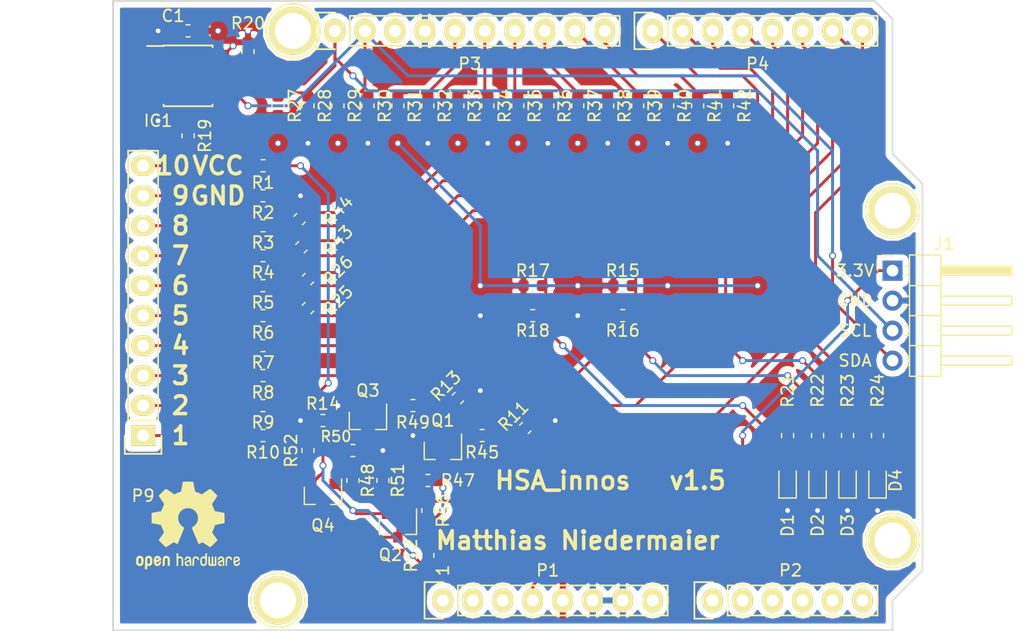
<source format=kicad_pcb>
(kicad_pcb (version 20171130) (host pcbnew 5.0.2-bee76a0~70~ubuntu18.04.1)
  (title_block (date "lun. 30 mars 2015"))
  (layers (0 F.Cu signal) (31 B.Cu signal) (34 B.Paste user) (35 F.Paste user) (36 B.SilkS user) (37 F.SilkS user) (38 B.Mask user) (39 F.Mask user) (44 Edge.Cuts user))
  (net 0 "")
  (net 1 /IOREF)
  (net 2 /Reset)
  (net 3 +5V)
  (net 4 GND)
  (net 5 /Vin)
  (net 6 /A0)
  (net 7 /A1)
  (net 8 /A2)
  (net 9 /A3)
  (net 10 /AREF)
  (net 11 "/A4(SDA)")
  (net 12 "/A5(SCL)")
  (net 13 "/9(**)")
  (net 14 /8)
  (net 15 /7)
  (net 16 "/6(**)")
  (net 17 "/5(**)")
  (net 18 /4)
  (net 19 "/3(**)")
  (net 20 /2)
  (net 21 "/1(Tx)")
  (net 22 "/0(Rx)")
  (net 23 "Net-(P5-Pad1)")
  (net 24 "Net-(P6-Pad1)")
  (net 25 "Net-(P7-Pad1)")
  (net 26 "Net-(P8-Pad1)")
  (net 27 "/13(SCK)")
  (net 28 "/10(**/SS)")
  (net 29 "Net-(P1-Pad1)")
  (net 30 +3V3)
  (net 31 "/12(MISO)")
  (net 32 "/11(**/MOSI)")
  (net 33 "Net-(P9-Pad10)")
  (net 34 "Net-(P9-Pad9)")
  (net 35 "Net-(P9-Pad8)")
  (net 36 "Net-(P9-Pad7)")
  (net 37 "Net-(P9-Pad6)")
  (net 38 "Net-(P9-Pad4)")
  (net 39 "Net-(P9-Pad3)")
  (net 40 "Net-(P9-Pad2)")
  (net 41 "Net-(P9-Pad1)")
  (net 42 "Net-(P9-Pad5)")
  (net 43 "/A4(SDA2)")
  (net 44 "/A5(SCL2)")
  (net 45 "Net-(IC1-Pad1)")
  (net 46 "Net-(IC1-Pad2)")
  (net 47 "Net-(IC1-Pad3)")
  (net 48 "Net-(IC1-Pad7)")
  (net 49 "Net-(D1-Pad2)")
  (net 50 "Net-(D2-Pad2)")
  (net 51 "Net-(D3-Pad2)")
  (net 52 "Net-(D4-Pad2)")
  (net 53 "Net-(Q1-Pad1)")
  (net 54 "Net-(Q1-Pad3)")
  (net 55 "Net-(Q2-Pad1)")
  (net 56 "Net-(Q3-Pad1)")
  (net 57 "Net-(Q3-Pad3)")
  (net 58 "Net-(Q4-Pad1)")
  (net 59 /out1)
  (net 60 /out2)
  (net 61 /24V)
  (net 62 "Net-(R12-Pad2)")
  (net 63 "Net-(R14-Pad2)")
  (module Package_TO_SOT_SMD:SOT-23 (layer F.Cu) (at 128.778 114.935 270)
    (fp_text reference Q4 (at 2.54 0) (layer F.SilkS))
    (fp_text value BSS83P)
    (pad 3 smd rect (at 1 0 270) (size 0.9 0.8) (layers F.Cu F.Paste F.Mask) (net 60 /out2))
    (pad 2 smd rect (at -1 0.95 270) (size 0.9 0.8) (layers F.Cu F.Paste F.Mask) (net 61 /24V))
    (pad 1 smd rect (at -1 -0.95 270) (size 0.9 0.8) (layers F.Cu F.Paste F.Mask) (net 58 "Net-(Q4-Pad1)"))
  )
  (module Socket_Arduino_Uno:Socket_Strip_Arduino_1x08 (layer F.Cu) (at 138.938 123.825)
    (fp_text reference P1 (at 8.89 -2.54) (layer F.SilkS))
    (fp_text value Power)
    (pad 1 thru_hole oval (at 0 0) (size 1.7272 2.032) (drill 1.016) (layers *.Cu *.Mask F.SilkS) (net 29 "Net-(P1-Pad1)"))
    (pad 2 thru_hole oval (at 2.54 0) (size 1.7272 2.032) (drill 1.016) (layers *.Cu *.Mask F.SilkS) (net 1 /IOREF))
    (pad 3 thru_hole oval (at 5.08 0) (size 1.7272 2.032) (drill 1.016) (layers *.Cu *.Mask F.SilkS) (net 2 /Reset))
    (pad 4 thru_hole oval (at 7.62 0) (size 1.7272 2.032) (drill 1.016) (layers *.Cu *.Mask F.SilkS) (net 30 +3V3))
    (pad 5 thru_hole oval (at 10.16 0) (size 1.7272 2.032) (drill 1.016) (layers *.Cu *.Mask F.SilkS) (net 3 +5V))
    (pad 6 thru_hole oval (at 12.7 0) (size 1.7272 2.032) (drill 1.016) (layers *.Cu *.Mask F.SilkS) (net 4 GND))
    (pad 7 thru_hole oval (at 15.24 0) (size 1.7272 2.032) (drill 1.016) (layers *.Cu *.Mask F.SilkS) (net 4 GND))
    (pad 8 thru_hole oval (at 17.78 0) (size 1.7272 2.032) (drill 1.016) (layers *.Cu *.Mask F.SilkS) (net 5 /Vin))
  )
  (module Socket_Arduino_Uno:Socket_Strip_Arduino_1x06 (layer F.Cu) (at 161.798 123.825)
    (fp_text reference P2 (at 6.604 -2.54) (layer F.SilkS))
    (fp_text value Analog)
    (pad 1 thru_hole oval (at 0 0) (size 1.7272 2.032) (drill 1.016) (layers *.Cu *.Mask F.SilkS) (net 6 /A0))
    (pad 2 thru_hole oval (at 2.54 0) (size 1.7272 2.032) (drill 1.016) (layers *.Cu *.Mask F.SilkS) (net 7 /A1))
    (pad 3 thru_hole oval (at 5.08 0) (size 1.7272 2.032) (drill 1.016) (layers *.Cu *.Mask F.SilkS) (net 8 /A2))
    (pad 4 thru_hole oval (at 7.62 0) (size 1.7272 2.032) (drill 1.016) (layers *.Cu *.Mask F.SilkS) (net 9 /A3))
    (pad 5 thru_hole oval (at 10.16 0) (size 1.7272 2.032) (drill 1.016) (layers *.Cu *.Mask F.SilkS) (net 43 "/A4(SDA2)"))
    (pad 6 thru_hole oval (at 12.7 0) (size 1.7272 2.032) (drill 1.016) (layers *.Cu *.Mask F.SilkS) (net 44 "/A5(SCL2)"))
  )
  (module Socket_Arduino_Uno:Socket_Strip_Arduino_1x10 (layer F.Cu) (at 129.794 75.565)
    (fp_text reference P3 (at 11.43 2.794) (layer F.SilkS))
    (fp_text value Digital)
    (pad 1 thru_hole oval (at 0 0) (size 1.7272 2.032) (drill 1.016) (layers *.Cu *.Mask F.SilkS) (net 12 "/A5(SCL)"))
    (pad 2 thru_hole oval (at 2.54 0) (size 1.7272 2.032) (drill 1.016) (layers *.Cu *.Mask F.SilkS) (net 11 "/A4(SDA)"))
    (pad 3 thru_hole oval (at 5.08 0) (size 1.7272 2.032) (drill 1.016) (layers *.Cu *.Mask F.SilkS) (net 10 /AREF))
    (pad 4 thru_hole oval (at 7.62 0) (size 1.7272 2.032) (drill 1.016) (layers *.Cu *.Mask F.SilkS) (net 4 GND))
    (pad 5 thru_hole oval (at 10.16 0) (size 1.7272 2.032) (drill 1.016) (layers *.Cu *.Mask F.SilkS) (net 27 "/13(SCK)"))
    (pad 6 thru_hole oval (at 12.7 0) (size 1.7272 2.032) (drill 1.016) (layers *.Cu *.Mask F.SilkS) (net 31 "/12(MISO)"))
    (pad 7 thru_hole oval (at 15.24 0) (size 1.7272 2.032) (drill 1.016) (layers *.Cu *.Mask F.SilkS) (net 32 "/11(**/MOSI)"))
    (pad 8 thru_hole oval (at 17.78 0) (size 1.7272 2.032) (drill 1.016) (layers *.Cu *.Mask F.SilkS) (net 28 "/10(**/SS)"))
    (pad 9 thru_hole oval (at 20.32 0) (size 1.7272 2.032) (drill 1.016) (layers *.Cu *.Mask F.SilkS) (net 13 "/9(**)"))
    (pad 10 thru_hole oval (at 22.86 0) (size 1.7272 2.032) (drill 1.016) (layers *.Cu *.Mask F.SilkS) (net 14 /8))
  )
  (module Socket_Arduino_Uno:Socket_Strip_Arduino_1x08 (layer F.Cu) (at 156.718 75.565)
    (fp_text reference P4 (at 8.89 2.794) (layer F.SilkS))
    (fp_text value Digital)
    (pad 1 thru_hole oval (at 0 0) (size 1.7272 2.032) (drill 1.016) (layers *.Cu *.Mask F.SilkS) (net 15 /7))
    (pad 2 thru_hole oval (at 2.54 0) (size 1.7272 2.032) (drill 1.016) (layers *.Cu *.Mask F.SilkS) (net 16 "/6(**)"))
    (pad 3 thru_hole oval (at 5.08 0) (size 1.7272 2.032) (drill 1.016) (layers *.Cu *.Mask F.SilkS) (net 17 "/5(**)"))
    (pad 4 thru_hole oval (at 7.62 0) (size 1.7272 2.032) (drill 1.016) (layers *.Cu *.Mask F.SilkS) (net 18 /4))
    (pad 5 thru_hole oval (at 10.16 0) (size 1.7272 2.032) (drill 1.016) (layers *.Cu *.Mask F.SilkS) (net 19 "/3(**)"))
    (pad 6 thru_hole oval (at 12.7 0) (size 1.7272 2.032) (drill 1.016) (layers *.Cu *.Mask F.SilkS) (net 20 /2))
    (pad 7 thru_hole oval (at 15.24 0) (size 1.7272 2.032) (drill 1.016) (layers *.Cu *.Mask F.SilkS) (net 21 "/1(Tx)"))
    (pad 8 thru_hole oval (at 17.78 0) (size 1.7272 2.032) (drill 1.016) (layers *.Cu *.Mask F.SilkS) (net 22 "/0(Rx)"))
  )
  (module Socket_Arduino_Uno:Arduino_1pin (layer F.Cu) (at 124.968 123.825)
    (fp_text reference P5 hide)
    (fp_text value CONN_1 hide)
    (pad 1 thru_hole circle (at 0 0) (size 4.064 4.064) (drill 3.048) (layers *.Cu *.Mask F.SilkS) (net 23 "Net-(P5-Pad1)"))
  )
  (module Socket_Arduino_Uno:Arduino_1pin (layer F.Cu) (at 177.038 118.745)
    (fp_text reference P6 hide)
    (fp_text value CONN_1 hide)
    (pad 1 thru_hole circle (at 0 0) (size 4.064 4.064) (drill 3.048) (layers *.Cu *.Mask F.SilkS) (net 24 "Net-(P6-Pad1)"))
  )
  (module Socket_Arduino_Uno:Arduino_1pin (layer F.Cu) (at 126.238 75.565)
    (fp_text reference P7 hide)
    (fp_text value CONN_1 hide)
    (pad 1 thru_hole circle (at 0 0) (size 4.064 4.064) (drill 3.048) (layers *.Cu *.Mask F.SilkS) (net 25 "Net-(P7-Pad1)"))
  )
  (module Socket_Arduino_Uno:Arduino_1pin (layer F.Cu) (at 177.038 90.805)
    (fp_text reference P8 hide)
    (fp_text value CONN_1 hide)
    (pad 1 thru_hole circle (at 0 0) (size 4.064 4.064) (drill 3.048) (layers *.Cu *.Mask F.SilkS) (net 26 "Net-(P8-Pad1)"))
  )
  (module Pin_Headers:Pin_Header_Straight_1x10 (layer F.Cu) (at 113.538 109.855 180)
    (fp_text reference P9 (at 0 -5.1 180) (layer F.SilkS))
    (fp_text value CONN_01X10)
    (pad 1 thru_hole rect (at 0 0 180) (size 2.032 1.7272) (drill 1.016) (layers *.Cu *.Mask F.SilkS) (net 41 "Net-(P9-Pad1)"))
    (pad 2 thru_hole oval (at 0 2.54 180) (size 2.032 1.7272) (drill 1.016) (layers *.Cu *.Mask F.SilkS) (net 40 "Net-(P9-Pad2)"))
    (pad 3 thru_hole oval (at 0 5.08 180) (size 2.032 1.7272) (drill 1.016) (layers *.Cu *.Mask F.SilkS) (net 39 "Net-(P9-Pad3)"))
    (pad 4 thru_hole oval (at 0 7.62 180) (size 2.032 1.7272) (drill 1.016) (layers *.Cu *.Mask F.SilkS) (net 38 "Net-(P9-Pad4)"))
    (pad 5 thru_hole oval (at 0 10.16 180) (size 2.032 1.7272) (drill 1.016) (layers *.Cu *.Mask F.SilkS) (net 42 "Net-(P9-Pad5)"))
    (pad 6 thru_hole oval (at 0 12.7 180) (size 2.032 1.7272) (drill 1.016) (layers *.Cu *.Mask F.SilkS) (net 37 "Net-(P9-Pad6)"))
    (pad 7 thru_hole oval (at 0 15.24 180) (size 2.032 1.7272) (drill 1.016) (layers *.Cu *.Mask F.SilkS) (net 36 "Net-(P9-Pad7)"))
    (pad 8 thru_hole oval (at 0 17.78 180) (size 2.032 1.7272) (drill 1.016) (layers *.Cu *.Mask F.SilkS) (net 35 "Net-(P9-Pad8)"))
    (pad 9 thru_hole oval (at 0 20.32 180) (size 2.032 1.7272) (drill 1.016) (layers *.Cu *.Mask F.SilkS) (net 34 "Net-(P9-Pad9)"))
    (pad 10 thru_hole oval (at 0 22.86 180) (size 2.032 1.7272) (drill 1.016) (layers *.Cu *.Mask F.SilkS) (net 33 "Net-(P9-Pad10)"))
  )
  (module Capacitor_SMD:C_0603_1608Metric_Pad1.05x0.95mm_HandSolder (layer F.Cu) (at 117.348 75.565 180)
    (fp_text reference C1 (at 1.27 1.27 180) (layer F.SilkS))
    (fp_text value C)
    (pad 1 smd roundrect (at -0.875 0 180) (size 1.05 0.95) (layers F.Cu F.Paste F.Mask) (net 3 +5V))
    (pad 2 smd roundrect (at 0.875 0 180) (size 1.05 0.95) (layers F.Cu F.Paste F.Mask) (net 4 GND))
  )
  (module Package_SO:SOIC-8_3.9x4.9mm_P1.27mm (layer F.Cu) (at 117.348 79.375)
    (fp_text reference IC1 (at -2.54 3.81) (layer F.SilkS))
    (fp_text value ATECC508A)
    (pad 1 smd rect (at -2.7 -1.905) (size 1.55 0.6) (layers F.Cu F.Paste F.Mask) (net 45 "Net-(IC1-Pad1)"))
    (pad 2 smd rect (at -2.7 -0.635) (size 1.55 0.6) (layers F.Cu F.Paste F.Mask) (net 46 "Net-(IC1-Pad2)"))
    (pad 3 smd rect (at -2.7 0.635) (size 1.55 0.6) (layers F.Cu F.Paste F.Mask) (net 47 "Net-(IC1-Pad3)"))
    (pad 4 smd rect (at -2.7 1.905) (size 1.55 0.6) (layers F.Cu F.Paste F.Mask) (net 4 GND))
    (pad 5 smd rect (at 2.7 1.905) (size 1.55 0.6) (layers F.Cu F.Paste F.Mask) (net 11 "/A4(SDA)"))
    (pad 6 smd rect (at 2.7 0.635) (size 1.55 0.6) (layers F.Cu F.Paste F.Mask) (net 12 "/A5(SCL)"))
    (pad 7 smd rect (at 2.7 -0.635) (size 1.55 0.6) (layers F.Cu F.Paste F.Mask) (net 48 "Net-(IC1-Pad7)"))
    (pad 8 smd rect (at 2.7 -1.905) (size 1.55 0.6) (layers F.Cu F.Paste F.Mask) (net 3 +5V))
  )
  (module Resistor_SMD:R_0603_1608Metric (layer F.Cu) (at 117.348 84.455 270)
    (fp_text reference R19 (at 0 -1.43 270) (layer F.SilkS))
    (fp_text value R)
    (pad 2 smd roundrect (at 0.7875 0 270) (size 0.875 0.95) (layers F.Cu F.Paste F.Mask) (net 3 +5V))
    (pad 1 smd roundrect (at -0.7875 0 270) (size 0.875 0.95) (layers F.Cu F.Paste F.Mask) (net 11 "/A4(SDA)"))
  )
  (module Resistor_SMD:R_0603_1608Metric (layer F.Cu) (at 122.428 77.3175 90)
    (fp_text reference R20 (at 2.3875 0 180) (layer F.SilkS))
    (fp_text value R)
    (pad 1 smd roundrect (at -0.7875 0 90) (size 0.875 0.95) (layers F.Cu F.Paste F.Mask) (net 12 "/A5(SCL)"))
    (pad 2 smd roundrect (at 0.7875 0 90) (size 0.875 0.95) (layers F.Cu F.Paste F.Mask) (net 3 +5V))
  )
  (module Connector_PinHeader_2.54mm:PinHeader_1x04_P2.54mm_Horizontal (layer F.Cu) (at 177.038 95.885)
    (fp_text reference J1 (at 4.385 -2.27) (layer F.SilkS))
    (fp_text value Conn_01x04_Male)
    (pad 1 thru_hole rect (at 0 0) (size 1.7 1.7) (drill 1) (layers *.Cu *.Mask) (net 30 +3V3))
    (pad 2 thru_hole oval (at 0 2.54) (size 1.7 1.7) (drill 1) (layers *.Cu *.Mask) (net 4 GND))
    (pad 3 thru_hole oval (at 0 5.08) (size 1.7 1.7) (drill 1) (layers *.Cu *.Mask) (net 12 "/A5(SCL)"))
    (pad 4 thru_hole oval (at 0 7.62) (size 1.7 1.7) (drill 1) (layers *.Cu *.Mask) (net 11 "/A4(SDA)"))
  )
  (module LED_SMD:LED_0603_1608Metric (layer F.Cu) (at 168.148 113.665 90)
    (fp_text reference D1 (at -3.81 0 90) (layer F.SilkS))
    (fp_text value LED)
    (pad 1 smd roundrect (at -0.7875 0 90) (size 0.875 0.95) (layers F.Cu F.Paste F.Mask) (net 4 GND))
    (pad 2 smd roundrect (at 0.7875 0 90) (size 0.875 0.95) (layers F.Cu F.Paste F.Mask) (net 49 "Net-(D1-Pad2)"))
  )
  (module LED_SMD:LED_0603_1608Metric (layer F.Cu) (at 170.688 113.665 90)
    (fp_text reference D2 (at -3.81 0 90) (layer F.SilkS))
    (fp_text value LED)
    (pad 2 smd roundrect (at 0.7875 0 90) (size 0.875 0.95) (layers F.Cu F.Paste F.Mask) (net 50 "Net-(D2-Pad2)"))
    (pad 1 smd roundrect (at -0.7875 0 90) (size 0.875 0.95) (layers F.Cu F.Paste F.Mask) (net 4 GND))
  )
  (module LED_SMD:LED_0603_1608Metric (layer F.Cu) (at 173.228 113.665 90)
    (fp_text reference D3 (at -3.81 0 90) (layer F.SilkS))
    (fp_text value LED)
    (pad 1 smd roundrect (at -0.7875 0 90) (size 0.875 0.95) (layers F.Cu F.Paste F.Mask) (net 4 GND))
    (pad 2 smd roundrect (at 0.7875 0 90) (size 0.875 0.95) (layers F.Cu F.Paste F.Mask) (net 51 "Net-(D3-Pad2)"))
  )
  (module LED_SMD:LED_0603_1608Metric (layer F.Cu) (at 175.768 113.665 90)
    (fp_text reference D4 (at 0 1.524 270) (layer F.SilkS))
    (fp_text value LED)
    (pad 2 smd roundrect (at 0.7875 0 90) (size 0.875 0.95) (layers F.Cu F.Paste F.Mask) (net 52 "Net-(D4-Pad2)"))
    (pad 1 smd roundrect (at -0.7875 0 90) (size 0.875 0.95) (layers F.Cu F.Paste F.Mask) (net 4 GND))
  )
  (module Resistor_SMD:R_0603_1608Metric_Pad1.05x0.95mm_HandSolder (layer F.Cu) (at 168.148 109.855 90)
    (fp_text reference R21 (at 3.81 0 90) (layer F.SilkS))
    (fp_text value R)
    (pad 2 smd roundrect (at 0.875 0 90) (size 1.05 0.95) (layers F.Cu F.Paste F.Mask) (net 19 "/3(**)"))
    (pad 1 smd roundrect (at -0.875 0 90) (size 1.05 0.95) (layers F.Cu F.Paste F.Mask) (net 49 "Net-(D1-Pad2)"))
  )
  (module Resistor_SMD:R_0603_1608Metric_Pad1.05x0.95mm_HandSolder (layer F.Cu) (at 170.688 109.855 90)
    (fp_text reference R22 (at 3.81 0 90) (layer F.SilkS))
    (fp_text value R)
    (pad 1 smd roundrect (at -0.875 0 90) (size 1.05 0.95) (layers F.Cu F.Paste F.Mask) (net 50 "Net-(D2-Pad2)"))
    (pad 2 smd roundrect (at 0.875 0 90) (size 1.05 0.95) (layers F.Cu F.Paste F.Mask) (net 20 /2))
  )
  (module Resistor_SMD:R_0603_1608Metric_Pad1.05x0.95mm_HandSolder (layer F.Cu) (at 173.228 109.855 90)
    (fp_text reference R23 (at 3.81 0 90) (layer F.SilkS))
    (fp_text value R)
    (pad 2 smd roundrect (at 0.875 0 90) (size 1.05 0.95) (layers F.Cu F.Paste F.Mask) (net 21 "/1(Tx)"))
    (pad 1 smd roundrect (at -0.875 0 90) (size 1.05 0.95) (layers F.Cu F.Paste F.Mask) (net 51 "Net-(D3-Pad2)"))
  )
  (module Resistor_SMD:R_0603_1608Metric_Pad1.05x0.95mm_HandSolder (layer F.Cu) (at 175.768 109.855 90)
    (fp_text reference R24 (at 3.81 0 90) (layer F.SilkS))
    (fp_text value R)
    (pad 1 smd roundrect (at -0.875 0 90) (size 1.05 0.95) (layers F.Cu F.Paste F.Mask) (net 52 "Net-(D4-Pad2)"))
    (pad 2 smd roundrect (at 0.875 0 90) (size 1.05 0.95) (layers F.Cu F.Paste F.Mask) (net 22 "/0(Rx)"))
  )
  (module Resistor_SMD:R_0603_1608Metric (layer F.Cu) (at 123.698 86.995 180)
    (fp_text reference R1 (at 0 -1.43 180) (layer F.SilkS))
    (fp_text value R)
    (pad 1 smd roundrect (at -0.7875 0 180) (size 0.875 0.95) (layers F.Cu F.Paste F.Mask) (net 61 /24V))
    (pad 2 smd roundrect (at 0.7875 0 180) (size 0.875 0.95) (layers F.Cu F.Paste F.Mask) (net 33 "Net-(P9-Pad10)"))
  )
  (module Resistor_SMD:R_0603_1608Metric (layer F.Cu) (at 123.698 89.535 180)
    (fp_text reference R2 (at 0 -1.43 180) (layer F.SilkS))
    (fp_text value R)
    (pad 2 smd roundrect (at 0.7875 0 180) (size 0.875 0.95) (layers F.Cu F.Paste F.Mask) (net 34 "Net-(P9-Pad9)"))
    (pad 1 smd roundrect (at -0.7875 0 180) (size 0.875 0.95) (layers F.Cu F.Paste F.Mask) (net 4 GND))
  )
  (module Resistor_SMD:R_0603_1608Metric (layer F.Cu) (at 123.698 92.075 180)
    (fp_text reference R3 (at 0 -1.43 180) (layer F.SilkS))
    (fp_text value R)
    (pad 1 smd roundrect (at -0.7875 0 180) (size 0.875 0.95) (layers F.Cu F.Paste F.Mask) (net 15 /7))
    (pad 2 smd roundrect (at 0.7875 0 180) (size 0.875 0.95) (layers F.Cu F.Paste F.Mask) (net 35 "Net-(P9-Pad8)"))
  )
  (module Resistor_SMD:R_0603_1608Metric (layer F.Cu) (at 123.698 94.615 180)
    (fp_text reference R4 (at 0 -1.43 180) (layer F.SilkS))
    (fp_text value R)
    (pad 2 smd roundrect (at 0.7875 0 180) (size 0.875 0.95) (layers F.Cu F.Paste F.Mask) (net 36 "Net-(P9-Pad7)"))
    (pad 1 smd roundrect (at -0.7875 0 180) (size 0.875 0.95) (layers F.Cu F.Paste F.Mask) (net 16 "/6(**)"))
  )
  (module Resistor_SMD:R_0603_1608Metric (layer F.Cu) (at 123.698 97.155 180)
    (fp_text reference R5 (at 0 -1.43 180) (layer F.SilkS))
    (fp_text value R)
    (pad 2 smd roundrect (at 0.7875 0 180) (size 0.875 0.95) (layers F.Cu F.Paste F.Mask) (net 37 "Net-(P9-Pad6)"))
    (pad 1 smd roundrect (at -0.7875 0 180) (size 0.875 0.95) (layers F.Cu F.Paste F.Mask) (net 17 "/5(**)"))
  )
  (module Resistor_SMD:R_0603_1608Metric (layer F.Cu) (at 123.698 99.695 180)
    (fp_text reference R6 (at 0 -1.43 180) (layer F.SilkS))
    (fp_text value R)
    (pad 2 smd roundrect (at 0.7875 0 180) (size 0.875 0.95) (layers F.Cu F.Paste F.Mask) (net 42 "Net-(P9-Pad5)"))
    (pad 1 smd roundrect (at -0.7875 0 180) (size 0.875 0.95) (layers F.Cu F.Paste F.Mask) (net 18 /4))
  )
  (module Resistor_SMD:R_0603_1608Metric (layer F.Cu) (at 123.698 102.235 180)
    (fp_text reference R7 (at 0 -1.43 180) (layer F.SilkS))
    (fp_text value R)
    (pad 1 smd roundrect (at -0.7875 0 180) (size 0.875 0.95) (layers F.Cu F.Paste F.Mask) (net 19 "/3(**)"))
    (pad 2 smd roundrect (at 0.7875 0 180) (size 0.875 0.95) (layers F.Cu F.Paste F.Mask) (net 38 "Net-(P9-Pad4)"))
  )
  (module Resistor_SMD:R_0603_1608Metric (layer F.Cu) (at 123.698 104.775 180)
    (fp_text reference R8 (at 0 -1.43 180) (layer F.SilkS))
    (fp_text value R)
    (pad 2 smd roundrect (at 0.7875 0 180) (size 0.875 0.95) (layers F.Cu F.Paste F.Mask) (net 39 "Net-(P9-Pad3)"))
    (pad 1 smd roundrect (at -0.7875 0 180) (size 0.875 0.95) (layers F.Cu F.Paste F.Mask) (net 20 /2))
  )
  (module Resistor_SMD:R_0603_1608Metric (layer F.Cu) (at 123.698 107.315 180)
    (fp_text reference R9 (at 0 -1.43 180) (layer F.SilkS))
    (fp_text value R)
    (pad 1 smd roundrect (at -0.7875 0 180) (size 0.875 0.95) (layers F.Cu F.Paste F.Mask) (net 60 /out2))
    (pad 2 smd roundrect (at 0.7875 0 180) (size 0.875 0.95) (layers F.Cu F.Paste F.Mask) (net 40 "Net-(P9-Pad2)"))
  )
  (module Resistor_SMD:R_0603_1608Metric (layer F.Cu) (at 123.698 109.855 180)
    (fp_text reference R10 (at 0 -1.43 180) (layer F.SilkS))
    (fp_text value R)
    (pad 2 smd roundrect (at 0.7875 0 180) (size 0.875 0.95) (layers F.Cu F.Paste F.Mask) (net 41 "Net-(P9-Pad1)"))
    (pad 1 smd roundrect (at -0.7875 0 180) (size 0.875 0.95) (layers F.Cu F.Paste F.Mask) (net 59 /out1))
  )
  (module Resistor_SMD:R_0603_1608Metric (layer F.Cu) (at 154.178 97.155 180)
    (fp_text reference R15 (at 0 1.27 180) (layer F.SilkS))
    (fp_text value R)
    (pad 2 smd roundrect (at 0.7875 0 180) (size 0.875 0.95) (layers F.Cu F.Paste F.Mask) (net 3 +5V))
    (pad 1 smd roundrect (at -0.7875 0 180) (size 0.875 0.95) (layers F.Cu F.Paste F.Mask) (net 20 /2))
  )
  (module Resistor_SMD:R_0603_1608Metric (layer F.Cu) (at 154.178 99.695)
    (fp_text reference R16 (at 0 1.27) (layer F.SilkS))
    (fp_text value R)
    (pad 2 smd roundrect (at 0.7875 0) (size 0.875 0.95) (layers F.Cu F.Paste F.Mask) (net 20 /2))
    (pad 1 smd roundrect (at -0.7875 0) (size 0.875 0.95) (layers F.Cu F.Paste F.Mask) (net 4 GND))
  )
  (module Resistor_SMD:R_0603_1608Metric (layer F.Cu) (at 146.558 97.155 180)
    (fp_text reference R17 (at 0 1.27 180) (layer F.SilkS))
    (fp_text value R)
    (pad 1 smd roundrect (at -0.7875 0 180) (size 0.875 0.95) (layers F.Cu F.Paste F.Mask) (net 19 "/3(**)"))
    (pad 2 smd roundrect (at 0.7875 0 180) (size 0.875 0.95) (layers F.Cu F.Paste F.Mask) (net 3 +5V))
  )
  (module Resistor_SMD:R_0603_1608Metric (layer F.Cu) (at 146.558 99.695)
    (fp_text reference R18 (at 0 1.27) (layer F.SilkS))
    (fp_text value R)
    (pad 1 smd roundrect (at -0.7875 0) (size 0.875 0.95) (layers F.Cu F.Paste F.Mask) (net 4 GND))
    (pad 2 smd roundrect (at 0.7875 0) (size 0.875 0.95) (layers F.Cu F.Paste F.Mask) (net 19 "/3(**)"))
  )
  (module Resistor_SMD:R_0603_1608Metric (layer F.Cu) (at 124.968 81.915 270)
    (fp_text reference R27 (at 0 -1.43 270) (layer F.SilkS))
    (fp_text value R)
    (pad 1 smd roundrect (at -0.7875 0 270) (size 0.875 0.95) (layers F.Cu F.Paste F.Mask) (net 12 "/A5(SCL)"))
    (pad 2 smd roundrect (at 0.7875 0 270) (size 0.875 0.95) (layers F.Cu F.Paste F.Mask) (net 3 +5V))
  )
  (module Resistor_SMD:R_0603_1608Metric (layer F.Cu) (at 127.508 81.915 270)
    (fp_text reference R28 (at 0 -1.43 270) (layer F.SilkS))
    (fp_text value R)
    (pad 2 smd roundrect (at 0.7875 0 270) (size 0.875 0.95) (layers F.Cu F.Paste F.Mask) (net 4 GND))
    (pad 1 smd roundrect (at -0.7875 0 270) (size 0.875 0.95) (layers F.Cu F.Paste F.Mask) (net 12 "/A5(SCL)"))
  )
  (module Resistor_SMD:R_0603_1608Metric (layer F.Cu) (at 130.048 81.915 270)
    (fp_text reference R29 (at 0 -1.43 270) (layer F.SilkS))
    (fp_text value R)
    (pad 1 smd roundrect (at -0.7875 0 270) (size 0.875 0.95) (layers F.Cu F.Paste F.Mask) (net 11 "/A4(SDA)"))
    (pad 2 smd roundrect (at 0.7875 0 270) (size 0.875 0.95) (layers F.Cu F.Paste F.Mask) (net 3 +5V))
  )
  (module Resistor_SMD:R_0603_1608Metric (layer F.Cu) (at 132.588 81.915 270)
    (fp_text reference R30 (at 0 -1.43 270) (layer F.SilkS))
    (fp_text value R)
    (pad 2 smd roundrect (at 0.7875 0 270) (size 0.875 0.95) (layers F.Cu F.Paste F.Mask) (net 4 GND))
    (pad 1 smd roundrect (at -0.7875 0 270) (size 0.875 0.95) (layers F.Cu F.Paste F.Mask) (net 11 "/A4(SDA)"))
  )
  (module Resistor_SMD:R_0603_1608Metric (layer F.Cu) (at 135.128 81.915 270)
    (fp_text reference R31 (at 0 -1.43 270) (layer F.SilkS))
    (fp_text value R)
    (pad 1 smd roundrect (at -0.7875 0 270) (size 0.875 0.95) (layers F.Cu F.Paste F.Mask) (net 27 "/13(SCK)"))
    (pad 2 smd roundrect (at 0.7875 0 270) (size 0.875 0.95) (layers F.Cu F.Paste F.Mask) (net 3 +5V))
  )
  (module Resistor_SMD:R_0603_1608Metric (layer F.Cu) (at 137.668 81.915 270)
    (fp_text reference R32 (at 0 -1.43 270) (layer F.SilkS))
    (fp_text value R)
    (pad 1 smd roundrect (at -0.7875 0 270) (size 0.875 0.95) (layers F.Cu F.Paste F.Mask) (net 27 "/13(SCK)"))
    (pad 2 smd roundrect (at 0.7875 0 270) (size 0.875 0.95) (layers F.Cu F.Paste F.Mask) (net 4 GND))
  )
  (module Resistor_SMD:R_0603_1608Metric (layer F.Cu) (at 140.208 81.915 270)
    (fp_text reference R33 (at 0 -1.43 270) (layer F.SilkS))
    (fp_text value R)
    (pad 2 smd roundrect (at 0.7875 0 270) (size 0.875 0.95) (layers F.Cu F.Paste F.Mask) (net 3 +5V))
    (pad 1 smd roundrect (at -0.7875 0 270) (size 0.875 0.95) (layers F.Cu F.Paste F.Mask) (net 31 "/12(MISO)"))
  )
  (module Resistor_SMD:R_0603_1608Metric (layer F.Cu) (at 142.748 81.915 270)
    (fp_text reference R34 (at 0 -1.43 270) (layer F.SilkS))
    (fp_text value R)
    (pad 1 smd roundrect (at -0.7875 0 270) (size 0.875 0.95) (layers F.Cu F.Paste F.Mask) (net 31 "/12(MISO)"))
    (pad 2 smd roundrect (at 0.7875 0 270) (size 0.875 0.95) (layers F.Cu F.Paste F.Mask) (net 4 GND))
  )
  (module Resistor_SMD:R_0603_1608Metric (layer F.Cu) (at 145.288 81.915 270)
    (fp_text reference R35 (at 0 -1.43 270) (layer F.SilkS))
    (fp_text value R)
    (pad 2 smd roundrect (at 0.7875 0 270) (size 0.875 0.95) (layers F.Cu F.Paste F.Mask) (net 3 +5V))
    (pad 1 smd roundrect (at -0.7875 0 270) (size 0.875 0.95) (layers F.Cu F.Paste F.Mask) (net 32 "/11(**/MOSI)"))
  )
  (module Resistor_SMD:R_0603_1608Metric (layer F.Cu) (at 147.828 81.915 270)
    (fp_text reference R36 (at 0 -1.43 270) (layer F.SilkS))
    (fp_text value R)
    (pad 1 smd roundrect (at -0.7875 0 270) (size 0.875 0.95) (layers F.Cu F.Paste F.Mask) (net 32 "/11(**/MOSI)"))
    (pad 2 smd roundrect (at 0.7875 0 270) (size 0.875 0.95) (layers F.Cu F.Paste F.Mask) (net 4 GND))
  )
  (module Resistor_SMD:R_0603_1608Metric (layer F.Cu) (at 150.368 81.915 270)
    (fp_text reference R37 (at 0 -1.43 270) (layer F.SilkS))
    (fp_text value R)
    (pad 2 smd roundrect (at 0.7875 0 270) (size 0.875 0.95) (layers F.Cu F.Paste F.Mask) (net 3 +5V))
    (pad 1 smd roundrect (at -0.7875 0 270) (size 0.875 0.95) (layers F.Cu F.Paste F.Mask) (net 28 "/10(**/SS)"))
  )
  (module Resistor_SMD:R_0603_1608Metric (layer F.Cu) (at 152.908 81.915 270)
    (fp_text reference R38 (at 0 -1.43 270) (layer F.SilkS))
    (fp_text value R)
    (pad 1 smd roundrect (at -0.7875 0 270) (size 0.875 0.95) (layers F.Cu F.Paste F.Mask) (net 28 "/10(**/SS)"))
    (pad 2 smd roundrect (at 0.7875 0 270) (size 0.875 0.95) (layers F.Cu F.Paste F.Mask) (net 4 GND))
  )
  (module Resistor_SMD:R_0603_1608Metric (layer F.Cu) (at 155.448 81.915 270)
    (fp_text reference R39 (at 0 -1.43 270) (layer F.SilkS))
    (fp_text value R)
    (pad 2 smd roundrect (at 0.7875 0 270) (size 0.875 0.95) (layers F.Cu F.Paste F.Mask) (net 3 +5V))
    (pad 1 smd roundrect (at -0.7875 0 270) (size 0.875 0.95) (layers F.Cu F.Paste F.Mask) (net 13 "/9(**)"))
  )
  (module Resistor_SMD:R_0603_1608Metric (layer F.Cu) (at 157.988 81.915 270)
    (fp_text reference R40 (at 0 -1.43 270) (layer F.SilkS))
    (fp_text value R)
    (pad 1 smd roundrect (at -0.7875 0 270) (size 0.875 0.95) (layers F.Cu F.Paste F.Mask) (net 13 "/9(**)"))
    (pad 2 smd roundrect (at 0.7875 0 270) (size 0.875 0.95) (layers F.Cu F.Paste F.Mask) (net 4 GND))
  )
  (module Resistor_SMD:R_0603_1608Metric (layer F.Cu) (at 160.528 81.915 270)
    (fp_text reference R41 (at 0 -1.43 270) (layer F.SilkS))
    (fp_text value R)
    (pad 2 smd roundrect (at 0.7875 0 270) (size 0.875 0.95) (layers F.Cu F.Paste F.Mask) (net 3 +5V))
    (pad 1 smd roundrect (at -0.7875 0 270) (size 0.875 0.95) (layers F.Cu F.Paste F.Mask) (net 14 /8))
  )
  (module Resistor_SMD:R_0603_1608Metric (layer F.Cu) (at 163.068 81.915 270)
    (fp_text reference R42 (at 0 -1.43 270) (layer F.SilkS))
    (fp_text value R)
    (pad 1 smd roundrect (at -0.7875 0 270) (size 0.875 0.95) (layers F.Cu F.Paste F.Mask) (net 14 /8))
    (pad 2 smd roundrect (at 0.7875 0 270) (size 0.875 0.95) (layers F.Cu F.Paste F.Mask) (net 4 GND))
  )
  (module Package_TO_SOT_SMD:SOT-23 (layer F.Cu) (at 138.938 111.125 270)
    (fp_text reference Q1 (at -2.54 0) (layer F.SilkS))
    (fp_text value BSS138)
    (pad 1 smd rect (at -1 -0.95 270) (size 0.9 0.8) (layers F.Cu F.Paste F.Mask) (net 53 "Net-(Q1-Pad1)"))
    (pad 2 smd rect (at -1 0.95 270) (size 0.9 0.8) (layers F.Cu F.Paste F.Mask) (net 4 GND))
    (pad 3 smd rect (at 1 0 270) (size 0.9 0.8) (layers F.Cu F.Paste F.Mask) (net 54 "Net-(Q1-Pad3)"))
  )
  (module Package_TO_SOT_SMD:SOT-23 (layer F.Cu) (at 135.128 117.475 270)
    (fp_text reference Q2 (at 2.49 0.63) (layer F.SilkS))
    (fp_text value BSS83P)
    (pad 3 smd rect (at 1 0 270) (size 0.9 0.8) (layers F.Cu F.Paste F.Mask) (net 59 /out1))
    (pad 2 smd rect (at -1 0.95 270) (size 0.9 0.8) (layers F.Cu F.Paste F.Mask) (net 61 /24V))
    (pad 1 smd rect (at -1 -0.95 270) (size 0.9 0.8) (layers F.Cu F.Paste F.Mask) (net 55 "Net-(Q2-Pad1)"))
  )
  (module Package_TO_SOT_SMD:SOT-23 (layer F.Cu) (at 132.588 108.585 270)
    (fp_text reference Q3 (at -2.54 0) (layer F.SilkS))
    (fp_text value BSS138)
    (pad 1 smd rect (at -1 -0.95 270) (size 0.9 0.8) (layers F.Cu F.Paste F.Mask) (net 56 "Net-(Q3-Pad1)"))
    (pad 2 smd rect (at -1 0.95 270) (size 0.9 0.8) (layers F.Cu F.Paste F.Mask) (net 4 GND))
    (pad 3 smd rect (at 1 0 270) (size 0.9 0.8) (layers F.Cu F.Paste F.Mask) (net 57 "Net-(Q3-Pad3)"))
  )
  (module Resistor_SMD:R_0603_1608Metric (layer F.Cu) (at 127.508 99.06 225)
    (fp_text reference R25 (at -2.245064 -1.347038 225) (layer F.SilkS))
    (fp_text value R)
    (pad 2 smd roundrect (at 0.787501 0 225) (size 0.875 0.95) (layers F.Cu F.Paste F.Mask) (net 18 /4))
    (pad 1 smd roundrect (at -0.787501 0 225) (size 0.875 0.95) (layers F.Cu F.Paste F.Mask) (net 4 GND))
  )
  (module Resistor_SMD:R_0603_1608Metric (layer F.Cu) (at 127.508 96.598153 225)
    (fp_text reference R26 (at -2.300327 -1.291776 225) (layer F.SilkS))
    (fp_text value R)
    (pad 1 smd roundrect (at -0.787501 0 225) (size 0.875 0.95) (layers F.Cu F.Paste F.Mask) (net 4 GND))
    (pad 2 smd roundrect (at 0.787501 0 225) (size 0.875 0.95) (layers F.Cu F.Paste F.Mask) (net 17 "/5(**)"))
  )
  (module Resistor_SMD:R_0603_1608Metric (layer F.Cu) (at 126.951153 93.901847 225)
    (fp_text reference R43 (at -2.583552 -1.796051 225) (layer F.SilkS))
    (fp_text value R)
    (pad 2 smd roundrect (at 0.787501 0 225) (size 0.875 0.95) (layers F.Cu F.Paste F.Mask) (net 16 "/6(**)"))
    (pad 1 smd roundrect (at -0.787501 0 225) (size 0.875 0.95) (layers F.Cu F.Paste F.Mask) (net 4 GND))
  )
  (module Resistor_SMD:R_0603_1608Metric (layer F.Cu) (at 126.794847 91.518153 225)
    (fp_text reference R44 (at -2.804602 -1.796051 225) (layer F.SilkS))
    (fp_text value R)
    (pad 1 smd roundrect (at -0.787501 0 225) (size 0.875 0.95) (layers F.Cu F.Paste F.Mask) (net 4 GND))
    (pad 2 smd roundrect (at 0.787501 0 225) (size 0.875 0.95) (layers F.Cu F.Paste F.Mask) (net 15 /7))
  )
  (module Resistor_SMD:R_0603_1608Metric (layer F.Cu) (at 142.2655 109.855 180)
    (fp_text reference R45 (at 0 -1.43 180) (layer F.SilkS))
    (fp_text value 10k)
    (pad 2 smd roundrect (at 0.7875 0 180) (size 0.875 0.95) (layers F.Cu F.Paste F.Mask) (net 53 "Net-(Q1-Pad1)"))
    (pad 1 smd roundrect (at -0.7875 0 180) (size 0.875 0.95) (layers F.Cu F.Paste F.Mask) (net 22 "/0(Rx)"))
  )
  (module Resistor_SMD:R_0603_1608Metric (layer F.Cu) (at 137.668 116.205 90)
    (fp_text reference R46 (at 0 1.27 90) (layer F.SilkS))
    (fp_text value 10k)
    (pad 2 smd roundrect (at 0.7875 0 90) (size 0.875 0.95) (layers F.Cu F.Paste F.Mask) (net 54 "Net-(Q1-Pad3)"))
    (pad 1 smd roundrect (at -0.7875 0 90) (size 0.875 0.95) (layers F.Cu F.Paste F.Mask) (net 62 "Net-(R12-Pad2)"))
  )
  (module Resistor_SMD:R_0603_1608Metric (layer F.Cu) (at 137.668 113.665 180)
    (fp_text reference R47 (at -2.54 0 180) (layer F.SilkS))
    (fp_text value 2k2)
    (pad 1 smd roundrect (at -0.7875 0 180) (size 0.875 0.95) (layers F.Cu F.Paste F.Mask) (net 62 "Net-(R12-Pad2)"))
    (pad 2 smd roundrect (at 0.7875 0 180) (size 0.875 0.95) (layers F.Cu F.Paste F.Mask) (net 55 "Net-(Q2-Pad1)"))
  )
  (module Resistor_SMD:R_0603_1608Metric (layer F.Cu) (at 133.858 113.665 90)
    (fp_text reference R48 (at 0 -1.27 90) (layer F.SilkS))
    (fp_text value 10k)
    (pad 1 smd roundrect (at -0.7875 0 90) (size 0.875 0.95) (layers F.Cu F.Paste F.Mask) (net 59 /out1))
    (pad 2 smd roundrect (at 0.7875 0 90) (size 0.875 0.95) (layers F.Cu F.Paste F.Mask) (net 4 GND))
  )
  (module Resistor_SMD:R_0603_1608Metric (layer F.Cu) (at 136.398 107.315 180)
    (fp_text reference R49 (at 0 -1.43 180) (layer F.SilkS))
    (fp_text value 10k)
    (pad 2 smd roundrect (at 0.7875 0 180) (size 0.875 0.95) (layers F.Cu F.Paste F.Mask) (net 56 "Net-(Q3-Pad1)"))
    (pad 1 smd roundrect (at -0.7875 0 180) (size 0.875 0.95) (layers F.Cu F.Paste F.Mask) (net 21 "/1(Tx)"))
  )
  (module Resistor_SMD:R_0603_1608Metric (layer F.Cu) (at 131.318 111.125)
    (fp_text reference R50 (at -1.44 -1.19) (layer F.SilkS) (effects (font (size 0.9 0.9))))
    (fp_text value 10k)
    (pad 2 smd roundrect (at 0.7875 0) (size 0.875 0.95) (layers F.Cu F.Paste F.Mask) (net 57 "Net-(Q3-Pad3)"))
    (pad 1 smd roundrect (at -0.7875 0) (size 0.875 0.95) (layers F.Cu F.Paste F.Mask) (net 63 "Net-(R14-Pad2)"))
  )
  (module Resistor_SMD:R_0603_1608Metric (layer F.Cu) (at 131.318 113.665 270)
    (fp_text reference R51 (at 0 -3.81 270) (layer F.SilkS))
    (fp_text value 2k2)
    (pad 1 smd roundrect (at -0.7875 0 270) (size 0.875 0.95) (layers F.Cu F.Paste F.Mask) (net 63 "Net-(R14-Pad2)"))
    (pad 2 smd roundrect (at 0.7875 0 270) (size 0.875 0.95) (layers F.Cu F.Paste F.Mask) (net 58 "Net-(Q4-Pad1)"))
  )
  (module Resistor_SMD:R_0603_1608Metric (layer F.Cu) (at 127.508 111.125 90)
    (fp_text reference R52 (at 0 -1.43 90) (layer F.SilkS))
    (fp_text value 10k)
    (pad 1 smd roundrect (at -0.7875 0 90) (size 0.875 0.95) (layers F.Cu F.Paste F.Mask) (net 60 /out2))
    (pad 2 smd roundrect (at 0.7875 0 90) (size 0.875 0.95) (layers F.Cu F.Paste F.Mask) (net 4 GND))
  )
  (module Resistor_SMD:R_0603_1608Metric (layer F.Cu) (at 145.923 109.22 45)
    (fp_text reference R11 (at 0 -1.43 45) (layer F.SilkS))
    (fp_text value 10k)
    (pad 2 smd roundrect (at 0.7875 0 45) (size 0.875 0.95) (layers F.Cu F.Paste F.Mask) (net 4 GND))
    (pad 1 smd roundrect (at -0.7875 0 45) (size 0.875 0.95) (layers F.Cu F.Paste F.Mask) (net 22 "/0(Rx)"))
  )
  (module Resistor_SMD:R_0603_1608Metric (layer F.Cu) (at 137.668 120.015 90)
    (fp_text reference R12 (at 0 -1.43 90) (layer F.SilkS))
    (fp_text value 10k)
    (pad 2 smd roundrect (at 0.7875 0 90) (size 0.875 0.95) (layers F.Cu F.Paste F.Mask) (net 62 "Net-(R12-Pad2)"))
    (pad 1 smd roundrect (at -0.7875 0 90) (size 0.875 0.95) (layers F.Cu F.Paste F.Mask) (net 61 /24V))
  )
  (module Resistor_SMD:R_0603_1608Metric (layer F.Cu) (at 140.208 106.68 45)
    (fp_text reference R13 (at 0 -1.43 45) (layer F.SilkS))
    (fp_text value 10k)
    (pad 1 smd roundrect (at -0.7875 0 45) (size 0.875 0.95) (layers F.Cu F.Paste F.Mask) (net 21 "/1(Tx)"))
    (pad 2 smd roundrect (at 0.7875 0 45) (size 0.875 0.95) (layers F.Cu F.Paste F.Mask) (net 4 GND))
  )
  (module Resistor_SMD:R_0603_1608Metric (layer F.Cu) (at 128.778 108.585)
    (fp_text reference R14 (at 0 -1.43) (layer F.SilkS))
    (fp_text value 10k)
    (pad 1 smd roundrect (at -0.7875 0) (size 0.875 0.95) (layers F.Cu F.Paste F.Mask) (net 61 /24V))
    (pad 2 smd roundrect (at 0.7875 0) (size 0.875 0.95) (layers F.Cu F.Paste F.Mask) (net 63 "Net-(R14-Pad2)"))
  )
  (module Symbol:OSHW-Logo2_9.8x8mm_SilkScreen (layer F.Cu) (at 117.348 117.475)
    (fp_text reference REF** hide)
    (fp_text value OSHW-Logo2_9.8x8mm_SilkScreen hide)
  )
  (module Fiducial:Fiducial_0.5mm_Dia_1mm_Outer (layer F.Cu) (at 113.538 123.825)
    (fp_text reference REF** hide)
    (fp_text value Fiducial_0.5mm_Dia_1mm_Outer hide)
    (pad "" smd circle (at 0 0) (size 0.5 0.5) (layers F.Cu F.Mask) (clearance 0.25))
  )
  (module Fiducial:Fiducial_0.5mm_Dia_1mm_Outer (layer F.Cu) (at 170.688 120.015)
    (fp_text reference REF** hide)
    (fp_text value Fiducial_0.5mm_Dia_1mm_Outer hide)
    (pad "" smd circle (at 0 0) (size 0.5 0.5) (layers F.Cu F.Mask) (clearance 0.25))
  )
  (module Fiducial:Fiducial_0.5mm_Dia_1mm_Outer (layer F.Cu) (at 113.538 75.565)
    (fp_text reference REF** hide)
    (fp_text value Fiducial_0.5mm_Dia_1mm_Outer)
    (pad "" smd circle (at 0 0) (size 0.5 0.5) (layers F.Cu F.Mask) (clearance 0.25))
  )
  (gr_text GND (at 119.888 89.535) (layer F.SilkS) (effects (font (size 1.5 1.5) (thickness 0.3))))
  (gr_text VCC (at 119.888 86.995) (layer F.SilkS) (effects (font (size 1.5 1.5) (thickness 0.3))))
  (gr_text 10 (at 116.078 86.995) (layer F.SilkS) (effects (font (size 1.5 1.5) (thickness 0.3))))
  (gr_text 3.3V (at 173.863 95.885) (layer F.SilkS) (effects (font (size 1 1))))
  (gr_text GND (at 173.863 98.425) (layer F.SilkS) (effects (font (size 1 1))))
  (gr_text SCL (at 173.863 100.965) (layer F.SilkS) (effects (font (size 1 1))))
  (gr_text SDA (at 173.863 103.505) (layer F.SilkS) (effects (font (size 1 1))))
  (gr_text "Matthias Niedermaier" (at 150.368 118.745) (layer F.SilkS) (effects (font (size 1.5 1.5) (thickness 0.3))))
  (gr_text v1.5 (at 160.528 113.665) (layer F.SilkS) (effects (font (size 1.5 1.5) (thickness 0.3))))
  (gr_text HSA_innos (at 149.098 113.665) (layer F.SilkS) (effects (font (size 1.5 1.5) (thickness 0.3))))
  (gr_text v1.5 (at 160.528 113.665) (layer F.Cu) (effects (font (size 1.5 1.5) (thickness 0.3))))
  (gr_text "Matthias Niedermaier" (at 150.368 118.745) (layer F.Cu) (effects (font (size 1.5 1.5) (thickness 0.3))))
  (gr_text HSA_innos (at 149.098 113.665) (layer F.Cu) (effects (font (size 1.5 1.5) (thickness 0.3))))
  (gr_text 9 (at 116.713 89.535) (layer F.SilkS) (effects (font (size 1.5 1.5) (thickness 0.3))))
  (gr_text 8 (at 116.713 92.075) (layer F.SilkS) (effects (font (size 1.5 1.5) (thickness 0.3))))
  (gr_text 7 (at 116.713 94.615) (layer F.SilkS) (effects (font (size 1.5 1.5) (thickness 0.3))))
  (gr_text 6 (at 116.713 97.155) (layer F.SilkS) (effects (font (size 1.5 1.5) (thickness 0.3))))
  (gr_text 5 (at 116.713 99.695) (layer F.SilkS) (effects (font (size 1.5 1.5) (thickness 0.3))))
  (gr_text 4 (at 116.713 102.235) (layer F.SilkS) (effects (font (size 1.5 1.5) (thickness 0.3))))
  (gr_text 3 (at 116.713 104.775) (layer F.SilkS) (effects (font (size 1.5 1.5) (thickness 0.3))))
  (gr_text 2 (at 116.713 107.315) (layer F.SilkS) (effects (font (size 1.5 1.5) (thickness 0.3))))
  (gr_text 1 (at 116.713 109.855) (layer F.SilkS) (effects (font (size 1.5 1.5) (thickness 0.3))))
  (gr_text 1 (at 138.938 121.285 90) (layer F.SilkS) (effects (font (size 1 1))))
  (gr_line (start 177.038 74.549) (end 175.514 73.025) (angle 90) (layer Edge.Cuts) (width 0.15))
  (gr_line (start 177.038 85.979) (end 177.038 74.549) (angle 90) (layer Edge.Cuts) (width 0.15))
  (gr_line (start 179.578 88.519) (end 177.038 85.979) (angle 90) (layer Edge.Cuts) (width 0.15))
  (gr_line (start 179.578 121.285) (end 179.578 88.519) (angle 90) (layer Edge.Cuts) (width 0.15))
  (gr_line (start 177.038 123.825) (end 179.578 121.285) (angle 90) (layer Edge.Cuts) (width 0.15))
  (gr_line (start 177.038 126.365) (end 177.038 123.825) (angle 90) (layer Edge.Cuts) (width 0.15))
  (gr_line (start 110.998 126.365) (end 177.038 126.365) (angle 90) (layer Edge.Cuts) (width 0.15))
  (gr_line (start 110.998 73.025) (end 110.998 126.365) (angle 90) (layer Edge.Cuts) (width 0.15))
  (gr_line (start 175.514 73.025) (end 110.998 73.025) (angle 90) (layer Edge.Cuts) (width 0.15))
  (segment (start 142.113 97.155) (end 142.113 92.075) (width 0.25) (layer B.Cu) (net 3))
  (via (at 135.128 85.09) (size 0.6) (drill 0.4) (layers F.Cu B.Cu) (net 3))
  (segment (start 135.128 85.09) (end 135.128 83.015) (width 0.25) (layer F.Cu) (net 3))
  (segment (start 142.113 92.075) (end 135.128 85.09) (width 0.25) (layer B.Cu) (net 3))
  (segment (start 157.988 97.155) (end 165.608 97.155) (width 0.25) (layer B.Cu) (net 3))
  (via (at 165.608 97.155) (size 0.6) (drill 0.4) (layers F.Cu B.Cu) (net 3))
  (segment (start 165.608 97.155) (end 168.318 97.155) (width 0.25) (layer F.Cu) (net 3))
  (segment (start 157.988 97.155) (end 150.368 97.155) (width 0.25) (layer B.Cu) (net 3))
  (segment (start 150.368 97.155) (end 142.113 97.155) (width 0.25) (layer B.Cu) (net 3))
  (segment (start 160.528 83.015) (end 160.528 85.09) (width 0.25) (layer F.Cu) (net 3))
  (via (at 160.528 85.09) (size 0.6) (drill 0.4) (layers F.Cu B.Cu) (net 3))
  (segment (start 155.448 83.015) (end 155.448 85.09) (width 0.25) (layer F.Cu) (net 3))
  (via (at 155.448 85.09) (size 0.6) (drill 0.4) (layers F.Cu B.Cu) (net 3))
  (segment (start 150.368 83.015) (end 150.368 85.09) (width 0.25) (layer F.Cu) (net 3))
  (via (at 150.368 85.09) (size 0.6) (drill 0.4) (layers F.Cu B.Cu) (net 3))
  (segment (start 145.288 83.015) (end 145.288 85.09) (width 0.25) (layer F.Cu) (net 3))
  (via (at 145.288 85.09) (size 0.6) (drill 0.4) (layers F.Cu B.Cu) (net 3))
  (segment (start 140.208 83.015) (end 140.208 85.09) (width 0.25) (layer F.Cu) (net 3))
  (via (at 140.208 85.09) (size 0.6) (drill 0.4) (layers F.Cu B.Cu) (net 3))
  (segment (start 130.048 83.015) (end 130.048 85.09) (width 0.25) (layer F.Cu) (net 3))
  (via (at 130.048 85.09) (size 0.6) (drill 0.4) (layers F.Cu B.Cu) (net 3))
  (segment (start 124.968 83.015) (end 124.968 85.09) (width 0.25) (layer F.Cu) (net 3))
  (via (at 124.968 85.09) (size 0.6) (drill 0.4) (layers F.Cu B.Cu) (net 3))
  (via (at 142.113 97.155) (size 0.6) (drill 0.4) (layers F.Cu B.Cu) (net 3))
  (segment (start 145.458 97.155) (end 142.113 97.155) (width 0.25) (layer F.Cu) (net 3))
  (segment (start 160.698 97.155) (end 157.988 97.155) (width 0.25) (layer F.Cu) (net 3))
  (via (at 157.988 97.155) (size 0.6) (drill 0.4) (layers F.Cu B.Cu) (net 3))
  (segment (start 153.078 97.155) (end 150.368 97.155) (width 0.25) (layer F.Cu) (net 3))
  (via (at 150.368 97.155) (size 0.6) (drill 0.4) (layers F.Cu B.Cu) (net 3))
  (via (at 122.428 75.565) (size 0.6) (drill 0.4) (layers F.Cu B.Cu) (net 3))
  (segment (start 122.428 76.53) (end 122.428 75.565) (width 0.25) (layer F.Cu) (net 3))
  (via (at 121.158 76.835) (size 0.6) (drill 0.4) (layers F.Cu B.Cu) (net 3))
  (segment (start 120.048 77.47) (end 120.523 77.47) (width 0.25) (layer F.Cu) (net 3))
  (segment (start 120.523 77.47) (end 121.158 76.835) (width 0.25) (layer F.Cu) (net 3))
  (via (at 119.888 75.565) (size 0.6) (drill 0.4) (layers F.Cu B.Cu) (net 3))
  (segment (start 118.223 75.565) (end 119.888 75.565) (width 0.25) (layer F.Cu) (net 3))
  (segment (start 163.068 83.015) (end 163.068 85.09) (width 0.25) (layer F.Cu) (net 4))
  (via (at 163.068 85.09) (size 0.6) (drill 0.4) (layers F.Cu B.Cu) (net 4))
  (segment (start 157.988 83.015) (end 157.988 85.09) (width 0.25) (layer F.Cu) (net 4))
  (via (at 157.988 85.09) (size 0.6) (drill 0.4) (layers F.Cu B.Cu) (net 4))
  (segment (start 152.908 83.015) (end 152.908 85.09) (width 0.25) (layer F.Cu) (net 4))
  (via (at 152.908 85.09) (size 0.6) (drill 0.4) (layers F.Cu B.Cu) (net 4))
  (segment (start 147.828 83.015) (end 147.828 85.09) (width 0.25) (layer F.Cu) (net 4))
  (via (at 147.828 85.09) (size 0.6) (drill 0.4) (layers F.Cu B.Cu) (net 4))
  (segment (start 142.748 83.015) (end 142.748 85.09) (width 0.25) (layer F.Cu) (net 4))
  (via (at 142.748 85.09) (size 0.6) (drill 0.4) (layers F.Cu B.Cu) (net 4))
  (segment (start 137.668 83.015) (end 137.668 85.09) (width 0.25) (layer F.Cu) (net 4))
  (via (at 137.668 85.09) (size 0.6) (drill 0.4) (layers F.Cu B.Cu) (net 4))
  (segment (start 132.588 83.015) (end 132.588 85.09) (width 0.25) (layer F.Cu) (net 4))
  (via (at 132.588 85.09) (size 0.6) (drill 0.4) (layers F.Cu B.Cu) (net 4))
  (segment (start 127.508 83.015) (end 127.508 85.09) (width 0.25) (layer F.Cu) (net 4))
  (via (at 127.508 85.09) (size 0.6) (drill 0.4) (layers F.Cu B.Cu) (net 4))
  (segment (start 124.798 89.535) (end 126.873 89.535) (width 0.25) (layer F.Cu) (net 4))
  (via (at 126.873 89.535) (size 0.6) (drill 0.4) (layers F.Cu B.Cu) (net 4))
  (segment (start 153.078 99.695) (end 150.368 99.695) (width 0.25) (layer F.Cu) (net 4))
  (via (at 150.368 99.695) (size 0.6) (drill 0.4) (layers F.Cu B.Cu) (net 4))
  (segment (start 145.458 99.695) (end 142.113 99.695) (width 0.25) (layer F.Cu) (net 4))
  (via (at 142.113 99.695) (size 0.6) (drill 0.4) (layers F.Cu B.Cu) (net 4))
  (via (at 114.808 75.565) (size 0.6) (drill 0.4) (layers F.Cu B.Cu) (net 4))
  (segment (start 116.473 75.565) (end 114.808 75.565) (width 0.25) (layer F.Cu) (net 4))
  (via (at 114.808 83.185) (size 0.6) (drill 0.4) (layers F.Cu B.Cu) (net 4))
  (segment (start 114.648 83.025) (end 114.808 83.185) (width 0.25) (layer F.Cu) (net 4))
  (segment (start 114.648 81.28) (end 114.648 83.025) (width 0.25) (layer F.Cu) (net 4))
  (via (at 168.148 116.205) (size 0.6) (drill 0.4) (layers F.Cu B.Cu) (net 4))
  (segment (start 168.148 114.4525) (end 168.148 116.205) (width 0.25) (layer F.Cu) (net 4))
  (via (at 170.688 116.205) (size 0.6) (drill 0.4) (layers F.Cu B.Cu) (net 4))
  (segment (start 170.688 114.4525) (end 170.688 116.205) (width 0.25) (layer F.Cu) (net 4))
  (via (at 173.228 116.205) (size 0.6) (drill 0.4) (layers F.Cu B.Cu) (net 4))
  (segment (start 173.228 114.4525) (end 173.228 116.205) (width 0.25) (layer F.Cu) (net 4))
  (via (at 175.768 116.205) (size 0.6) (drill 0.4) (layers F.Cu B.Cu) (net 4))
  (segment (start 175.768 114.4525) (end 175.768 116.205) (width 0.25) (layer F.Cu) (net 4))
  (via (at 130.048 98.425) (size 0.6) (drill 0.4) (layers F.Cu B.Cu) (net 4))
  (segment (start 128.064847 98.503153) (end 129.969847 98.503153) (width 0.25) (layer F.Cu) (net 4))
  (segment (start 129.969847 98.503153) (end 130.048 98.425) (width 0.25) (layer F.Cu) (net 4))
  (via (at 130.048 95.885) (size 0.6) (drill 0.4) (layers F.Cu B.Cu) (net 4))
  (segment (start 128.064847 96.041306) (end 129.891694 96.041306) (width 0.25) (layer F.Cu) (net 4))
  (segment (start 129.891694 96.041306) (end 130.048 95.885) (width 0.25) (layer F.Cu) (net 4))
  (via (at 130.048 93.345) (size 0.6) (drill 0.4) (layers F.Cu B.Cu) (net 4))
  (segment (start 127.508 93.345) (end 130.048 93.345) (width 0.25) (layer F.Cu) (net 4))
  (via (at 130.048 90.805) (size 0.6) (drill 0.4) (layers F.Cu B.Cu) (net 4))
  (segment (start 127.351694 90.961306) (end 129.891694 90.961306) (width 0.25) (layer F.Cu) (net 4))
  (segment (start 129.891694 90.961306) (end 130.048 90.805) (width 0.25) (layer F.Cu) (net 4))
  (via (at 136.398 109.855) (size 0.6) (drill 0.4) (layers F.Cu B.Cu) (net 4))
  (segment (start 137.988 110.125) (end 136.668 110.125) (width 0.25) (layer F.Cu) (net 4))
  (segment (start 136.668 110.125) (end 136.398 109.855) (width 0.25) (layer F.Cu) (net 4))
  (via (at 130.048 107.315) (size 0.6) (drill 0.4) (layers F.Cu B.Cu) (net 4))
  (segment (start 131.638 107.585) (end 130.318 107.585) (width 0.25) (layer F.Cu) (net 4))
  (segment (start 130.318 107.585) (end 130.048 107.315) (width 0.25) (layer F.Cu) (net 4))
  (via (at 133.858 111.125) (size 0.6) (drill 0.4) (layers F.Cu B.Cu) (net 4))
  (segment (start 133.858 112.8775) (end 133.858 111.125) (width 0.25) (layer F.Cu) (net 4))
  (via (at 126.873 108.585) (size 0.6) (drill 0.4) (layers F.Cu B.Cu) (net 4))
  (segment (start 126.873 109.7025) (end 127.508 110.3375) (width 0.25) (layer F.Cu) (net 4))
  (segment (start 126.873 108.585) (end 126.873 109.7025) (width 0.25) (layer F.Cu) (net 4))
  (via (at 142.113 106.045) (size 0.6) (drill 0.4) (layers F.Cu B.Cu) (net 4))
  (segment (start 140.764847 106.123153) (end 142.034847 106.123153) (width 0.25) (layer F.Cu) (net 4))
  (segment (start 142.034847 106.123153) (end 142.113 106.045) (width 0.25) (layer F.Cu) (net 4))
  (via (at 148.463 108.585) (size 0.6) (drill 0.4) (layers F.Cu B.Cu) (net 4))
  (segment (start 146.479847 108.663153) (end 148.384847 108.663153) (width 0.25) (layer F.Cu) (net 4))
  (segment (start 148.384847 108.663153) (end 148.463 108.585) (width 0.25) (layer F.Cu) (net 4))
  (segment (start 132.334 75.565) (end 132.334 80.391) (width 0.25) (layer F.Cu) (net 11))
  (segment (start 131.91 80.815) (end 130.048 80.815) (width 0.25) (layer F.Cu) (net 11))
  (via (at 122.428 81.915) (size 0.6) (drill 0.4) (layers F.Cu B.Cu) (net 11))
  (segment (start 121.793 81.28) (end 122.428 81.915) (width 0.25) (layer F.Cu) (net 11))
  (segment (start 120.048 81.28) (end 121.793 81.28) (width 0.25) (layer F.Cu) (net 11))
  (segment (start 126.1364 81.915) (end 132.334 75.7174) (width 0.25) (layer B.Cu) (net 11))
  (segment (start 122.428 81.915) (end 126.1364 81.915) (width 0.25) (layer B.Cu) (net 11))
  (segment (start 119.7355 81.28) (end 120.048 81.28) (width 0.25) (layer F.Cu) (net 11))
  (segment (start 117.348 83.6675) (end 119.7355 81.28) (width 0.25) (layer F.Cu) (net 11))
  (segment (start 132.334 75.7174) (end 132.334 75.565) (width 0.25) (layer B.Cu) (net 11))
  (segment (start 135.9916 79.375) (end 132.334 75.7174) (width 0.25) (layer B.Cu) (net 11))
  (segment (start 159.258 79.375) (end 135.9916 79.375) (width 0.25) (layer B.Cu) (net 11))
  (segment (start 159.428 79.375) (end 159.258 79.375) (width 0.25) (layer B.Cu) (net 11))
  (segment (start 159.258 79.375) (end 165.608 79.375) (width 0.25) (layer B.Cu) (net 11))
  (segment (start 171.958 85.725) (end 171.958 92.075) (width 0.25) (layer B.Cu) (net 11))
  (segment (start 165.608 79.375) (end 171.958 85.725) (width 0.25) (layer B.Cu) (net 11))
  (via (at 171.958 94.615) (size 0.6) (drill 0.4) (layers F.Cu B.Cu) (net 11))
  (segment (start 171.958 92.075) (end 171.958 94.615) (width 0.25) (layer B.Cu) (net 11))
  (segment (start 171.958 98.425) (end 177.038 103.505) (width 0.25) (layer F.Cu) (net 11))
  (segment (start 171.958 94.615) (end 171.958 98.425) (width 0.25) (layer F.Cu) (net 11))
  (segment (start 132.1055 80.645) (end 132.08 80.645) (width 0.25) (layer F.Cu) (net 11))
  (segment (start 132.588 81.1275) (end 132.1055 80.645) (width 0.25) (layer F.Cu) (net 11))
  (segment (start 132.334 80.391) (end 132.08 80.645) (width 0.25) (layer F.Cu) (net 11))
  (segment (start 132.08 80.645) (end 131.91 80.815) (width 0.25) (layer F.Cu) (net 11))
  (segment (start 129.794 75.565) (end 129.794 78.529) (width 0.25) (layer F.Cu) (net 12))
  (segment (start 129.794 78.529) (end 127.508 80.815) (width 0.25) (layer F.Cu) (net 12))
  (segment (start 127.508 80.815) (end 124.968 80.815) (width 0.25) (layer F.Cu) (net 12))
  (segment (start 121.073 80.01) (end 120.048 80.01) (width 0.25) (layer F.Cu) (net 12))
  (segment (start 124.268 80.815) (end 123.463 80.01) (width 0.25) (layer F.Cu) (net 12))
  (segment (start 123.463 80.01) (end 121.073 80.01) (width 0.25) (layer F.Cu) (net 12))
  (segment (start 124.968 80.815) (end 124.268 80.815) (width 0.25) (layer F.Cu) (net 12))
  (segment (start 123.463 79.14) (end 122.428 78.105) (width 0.25) (layer F.Cu) (net 12))
  (segment (start 123.463 80.01) (end 123.463 79.14) (width 0.25) (layer F.Cu) (net 12))
  (via (at 131.318 79.375) (size 0.6) (drill 0.4) (layers F.Cu B.Cu) (net 12))
  (segment (start 129.794 77.851) (end 129.794 75.565) (width 0.25) (layer F.Cu) (net 12))
  (segment (start 131.318 79.375) (end 129.794 77.851) (width 0.25) (layer F.Cu) (net 12))
  (segment (start 170.688 85.725) (end 170.688 94.615) (width 0.25) (layer B.Cu) (net 12))
  (segment (start 165.608 80.645) (end 170.688 85.725) (width 0.25) (layer B.Cu) (net 12))
  (segment (start 170.688 94.615) (end 177.038 100.965) (width 0.25) (layer B.Cu) (net 12))
  (segment (start 131.318 79.375) (end 132.588 80.645) (width 0.25) (layer B.Cu) (net 12))
  (segment (start 132.588 80.645) (end 165.608 80.645) (width 0.25) (layer B.Cu) (net 12))
  (segment (start 155.448 80.815) (end 157.988 80.815) (width 0.25) (layer F.Cu) (net 13))
  (segment (start 150.114 75.565) (end 150.198 75.565) (width 0.25) (layer F.Cu) (net 13))
  (segment (start 150.198 75.565) (end 155.448 80.815) (width 0.25) (layer F.Cu) (net 13))
  (segment (start 160.528 80.815) (end 163.068 80.815) (width 0.25) (layer F.Cu) (net 14))
  (segment (start 152.654 75.565) (end 152.654 76.581) (width 0.25) (layer F.Cu) (net 14))
  (segment (start 159.088 79.375) (end 160.528 80.815) (width 0.25) (layer F.Cu) (net 14))
  (segment (start 155.448 79.375) (end 159.088 79.375) (width 0.25) (layer F.Cu) (net 14))
  (segment (start 152.654 76.581) (end 155.448 79.375) (width 0.25) (layer F.Cu) (net 14))
  (segment (start 164.338 85.725) (end 165.608 84.455) (width 0.25) (layer F.Cu) (net 15))
  (segment (start 165.608 80.645) (end 164.338 79.375) (width 0.25) (layer F.Cu) (net 15))
  (segment (start 165.608 84.455) (end 165.608 80.645) (width 0.25) (layer F.Cu) (net 15))
  (segment (start 124.798 92.075) (end 133.858 92.075) (width 0.25) (layer F.Cu) (net 15))
  (segment (start 160.528 79.375) (end 156.718 75.565) (width 0.25) (layer F.Cu) (net 15))
  (segment (start 164.338 79.375) (end 161.798 79.375) (width 0.25) (layer F.Cu) (net 15))
  (segment (start 161.798 79.375) (end 160.528 79.375) (width 0.25) (layer F.Cu) (net 15))
  (segment (start 163.068 86.995) (end 164.338 85.725) (width 0.25) (layer F.Cu) (net 15))
  (segment (start 138.938 86.995) (end 163.068 86.995) (width 0.25) (layer F.Cu) (net 15))
  (segment (start 133.858 92.075) (end 138.938 86.995) (width 0.25) (layer F.Cu) (net 15))
  (segment (start 161.798 78.105) (end 162.433 78.74) (width 0.25) (layer F.Cu) (net 16))
  (segment (start 162.433 78.74) (end 164.973 78.74) (width 0.25) (layer F.Cu) (net 16))
  (segment (start 154.178 88.265) (end 163.068 88.265) (width 0.25) (layer F.Cu) (net 16))
  (segment (start 163.068 88.265) (end 166.878 84.455) (width 0.25) (layer F.Cu) (net 16))
  (segment (start 166.878 84.455) (end 166.878 80.645) (width 0.25) (layer F.Cu) (net 16))
  (segment (start 166.878 80.645) (end 164.973 78.74) (width 0.25) (layer F.Cu) (net 16))
  (segment (start 124.798 94.615) (end 132.588 94.615) (width 0.25) (layer F.Cu) (net 16))
  (segment (start 138.938 88.265) (end 154.178 88.265) (width 0.25) (layer F.Cu) (net 16))
  (segment (start 132.588 94.615) (end 138.938 88.265) (width 0.25) (layer F.Cu) (net 16))
  (segment (start 161.798 78.105) (end 159.258 75.565) (width 0.25) (layer F.Cu) (net 16))
  (segment (start 126.238 94.615) (end 126.394306 94.458694) (width 0.25) (layer F.Cu) (net 16))
  (segment (start 124.4855 94.615) (end 126.238 94.615) (width 0.25) (layer F.Cu) (net 16))
  (segment (start 161.798 75.565) (end 161.798 76.835) (width 0.25) (layer F.Cu) (net 17))
  (segment (start 132.588 97.155) (end 124.798 97.155) (width 0.25) (layer F.Cu) (net 17))
  (segment (start 140.208 89.535) (end 154.178 89.535) (width 0.25) (layer F.Cu) (net 17))
  (segment (start 132.588 97.155) (end 140.208 89.535) (width 0.25) (layer F.Cu) (net 17))
  (segment (start 163.068 89.535) (end 154.178 89.535) (width 0.25) (layer F.Cu) (net 17))
  (segment (start 168.148 84.455) (end 163.068 89.535) (width 0.25) (layer F.Cu) (net 17))
  (segment (start 168.148 80.645) (end 168.148 84.455) (width 0.25) (layer F.Cu) (net 17))
  (segment (start 165.608 78.105) (end 168.148 80.645) (width 0.25) (layer F.Cu) (net 17))
  (segment (start 163.068 78.105) (end 165.608 78.105) (width 0.25) (layer F.Cu) (net 17))
  (segment (start 161.798 76.835) (end 163.068 78.105) (width 0.25) (layer F.Cu) (net 17))
  (segment (start 154.178 90.805) (end 163.068 90.805) (width 0.25) (layer F.Cu) (net 18))
  (segment (start 132.588 99.695) (end 141.478 90.805) (width 0.25) (layer F.Cu) (net 18))
  (segment (start 141.478 90.805) (end 154.178 90.805) (width 0.25) (layer F.Cu) (net 18))
  (segment (start 124.798 99.695) (end 132.588 99.695) (width 0.25) (layer F.Cu) (net 18))
  (segment (start 169.418 80.645) (end 164.338 75.565) (width 0.25) (layer F.Cu) (net 18))
  (segment (start 169.418 84.455) (end 169.418 80.645) (width 0.25) (layer F.Cu) (net 18))
  (segment (start 163.068 90.805) (end 169.418 84.455) (width 0.25) (layer F.Cu) (net 18))
  (segment (start 166.878 75.565) (end 166.878 76.835) (width 0.25) (layer F.Cu) (net 19))
  (segment (start 147.658 94.15) (end 147.658 97.155) (width 0.25) (layer F.Cu) (net 19))
  (segment (start 149.733 92.075) (end 147.658 94.15) (width 0.25) (layer F.Cu) (net 19))
  (segment (start 163.703 92.075) (end 149.733 92.075) (width 0.25) (layer F.Cu) (net 19))
  (segment (start 170.688 85.09) (end 163.703 92.075) (width 0.25) (layer F.Cu) (net 19))
  (segment (start 170.688 80.645) (end 170.688 85.09) (width 0.25) (layer F.Cu) (net 19))
  (segment (start 166.878 76.835) (end 170.688 80.645) (width 0.25) (layer F.Cu) (net 19))
  (segment (start 147.658 99.695) (end 147.658 97.325) (width 0.25) (layer F.Cu) (net 19))
  (segment (start 147.658 97.325) (end 147.828 97.155) (width 0.25) (layer F.Cu) (net 19))
  (segment (start 147.828 97.155) (end 147.658 97.155) (width 0.25) (layer F.Cu) (net 19))
  (segment (start 124.798 102.235) (end 145.118 102.235) (width 0.25) (layer F.Cu) (net 19))
  (segment (start 145.118 102.235) (end 147.658 99.695) (width 0.25) (layer F.Cu) (net 19))
  (segment (start 168.148 108.98) (end 166.003 108.98) (width 0.25) (layer F.Cu) (net 19))
  (via (at 164.338 107.315) (size 0.6) (drill 0.4) (layers F.Cu B.Cu) (net 19))
  (segment (start 166.003 108.98) (end 164.338 107.315) (width 0.25) (layer F.Cu) (net 19))
  (via (at 149.098 102.235) (size 0.6) (drill 0.4) (layers F.Cu B.Cu) (net 19))
  (segment (start 151.012999 104.149999) (end 149.098 102.235) (width 0.25) (layer B.Cu) (net 19))
  (segment (start 164.338 107.315) (end 154.178 107.315) (width 0.25) (layer B.Cu) (net 19))
  (segment (start 154.178 107.315) (end 151.012999 104.149999) (width 0.25) (layer B.Cu) (net 19))
  (segment (start 147.658 100.795) (end 147.658 99.695) (width 0.25) (layer F.Cu) (net 19))
  (segment (start 149.098 102.235) (end 147.658 100.795) (width 0.25) (layer F.Cu) (net 19))
  (segment (start 155.278 97.155) (end 155.278 94.15) (width 0.25) (layer F.Cu) (net 20))
  (segment (start 169.418 76.835) (end 169.418 75.565) (width 0.25) (layer F.Cu) (net 20))
  (segment (start 171.958 79.375) (end 169.418 76.835) (width 0.25) (layer F.Cu) (net 20))
  (segment (start 171.958 85.725) (end 171.958 79.375) (width 0.25) (layer F.Cu) (net 20))
  (segment (start 164.338 93.345) (end 171.958 85.725) (width 0.25) (layer F.Cu) (net 20))
  (segment (start 156.083 93.345) (end 164.338 93.345) (width 0.25) (layer F.Cu) (net 20))
  (segment (start 155.278 94.15) (end 156.083 93.345) (width 0.25) (layer F.Cu) (net 20))
  (segment (start 155.278 99.695) (end 155.278 97.155) (width 0.25) (layer F.Cu) (net 20))
  (segment (start 124.798 104.775) (end 150.198 104.775) (width 0.25) (layer F.Cu) (net 20))
  (segment (start 150.198 104.775) (end 155.278 99.695) (width 0.25) (layer F.Cu) (net 20))
  (segment (start 170.688 108.98) (end 170.688 107.315) (width 0.25) (layer F.Cu) (net 20))
  (via (at 168.148 104.775) (size 0.6) (drill 0.4) (layers F.Cu B.Cu) (net 20))
  (segment (start 170.688 107.315) (end 168.148 104.775) (width 0.25) (layer F.Cu) (net 20))
  (via (at 156.718 103.505) (size 0.6) (drill 0.4) (layers F.Cu B.Cu) (net 20))
  (segment (start 155.448 99.865) (end 155.278 99.695) (width 0.25) (layer F.Cu) (net 20))
  (segment (start 157.988 104.775) (end 156.718 103.505) (width 0.25) (layer B.Cu) (net 20))
  (segment (start 168.148 104.775) (end 157.988 104.775) (width 0.25) (layer B.Cu) (net 20))
  (segment (start 155.278 99.695) (end 155.278 102.065) (width 0.25) (layer F.Cu) (net 20))
  (segment (start 155.278 102.065) (end 156.718 103.505) (width 0.25) (layer F.Cu) (net 20))
  (segment (start 162.898 97.155) (end 162.898 94.785) (width 0.25) (layer F.Cu) (net 21))
  (segment (start 173.228 76.835) (end 171.958 75.565) (width 0.25) (layer F.Cu) (net 21))
  (segment (start 173.228 86.36) (end 173.228 76.835) (width 0.25) (layer F.Cu) (net 21))
  (segment (start 165.608 93.98) (end 173.228 86.36) (width 0.25) (layer F.Cu) (net 21))
  (segment (start 163.703 93.98) (end 165.608 93.98) (width 0.25) (layer F.Cu) (net 21))
  (segment (start 162.898 94.785) (end 163.703 93.98) (width 0.25) (layer F.Cu) (net 21))
  (segment (start 162.898 99.695) (end 162.898 97.155) (width 0.25) (layer F.Cu) (net 21))
  (segment (start 173.228 108.98) (end 173.228 107.315) (width 0.25) (layer F.Cu) (net 21))
  (via (at 169.418 103.505) (size 0.6) (drill 0.4) (layers F.Cu B.Cu) (net 21))
  (segment (start 173.228 107.315) (end 169.418 103.505) (width 0.25) (layer F.Cu) (net 21))
  (via (at 164.338 103.505) (size 0.6) (drill 0.4) (layers F.Cu B.Cu) (net 21))
  (segment (start 169.418 103.505) (end 164.338 103.505) (width 0.25) (layer B.Cu) (net 21))
  (segment (start 162.898 102.065) (end 162.898 99.695) (width 0.25) (layer F.Cu) (net 21))
  (segment (start 164.338 103.505) (end 162.898 102.065) (width 0.25) (layer F.Cu) (net 21))
  (segment (start 155.278 107.315) (end 137.1855 107.315) (width 0.25) (layer F.Cu) (net 21))
  (segment (start 162.898 99.695) (end 155.278 107.315) (width 0.25) (layer F.Cu) (net 21))
  (segment (start 174.498 75.565) (end 174.498 86.995) (width 0.25) (layer F.Cu) (net 22))
  (segment (start 170.518 90.975) (end 171.323 90.17) (width 0.25) (layer F.Cu) (net 22))
  (segment (start 170.518 90.975) (end 170.518 97.155) (width 0.25) (layer F.Cu) (net 22))
  (segment (start 174.498 86.995) (end 171.323 90.17) (width 0.25) (layer F.Cu) (net 22))
  (segment (start 160.358 109.855) (end 170.518 99.695) (width 0.25) (layer F.Cu) (net 22))
  (segment (start 170.518 99.695) (end 170.518 97.155) (width 0.25) (layer F.Cu) (net 22))
  (segment (start 175.768 108.98) (end 175.768 107.315) (width 0.25) (layer F.Cu) (net 22))
  (segment (start 170.518 102.065) (end 170.518 99.695) (width 0.25) (layer F.Cu) (net 22))
  (segment (start 175.768 107.315) (end 170.518 102.065) (width 0.25) (layer F.Cu) (net 22))
  (segment (start 160.358 109.855) (end 143.053 109.855) (width 0.25) (layer F.Cu) (net 22))
  (segment (start 139.954 75.565) (end 139.954 78.529) (width 0.25) (layer F.Cu) (net 27))
  (segment (start 139.954 78.529) (end 137.668 80.815) (width 0.25) (layer F.Cu) (net 27))
  (segment (start 137.668 80.815) (end 135.128 80.815) (width 0.25) (layer F.Cu) (net 27))
  (segment (start 152.908 80.815) (end 150.368 80.815) (width 0.25) (layer F.Cu) (net 28))
  (segment (start 147.574 75.565) (end 147.574 78.021) (width 0.25) (layer F.Cu) (net 28))
  (segment (start 147.574 78.021) (end 150.368 80.815) (width 0.25) (layer F.Cu) (net 28))
  (segment (start 146.558 123.825) (end 146.558 123.6726) (width 0.25) (layer B.Cu) (net 30))
  (segment (start 177.038 95.885) (end 175.768 95.885) (width 0.25) (layer F.Cu) (net 30))
  (via (at 173.228 98.425) (size 0.6) (drill 0.4) (layers F.Cu B.Cu) (net 30))
  (segment (start 175.768 95.885) (end 173.228 98.425) (width 0.25) (layer F.Cu) (net 30))
  (segment (start 173.228 100.620002) (end 164.338 109.510002) (width 0.25) (layer B.Cu) (net 30))
  (segment (start 173.228 98.425) (end 173.228 100.620002) (width 0.25) (layer B.Cu) (net 30))
  (via (at 164.338 109.855) (size 0.6) (drill 0.4) (layers F.Cu B.Cu) (net 30))
  (segment (start 164.338 109.510002) (end 164.338 109.855) (width 0.25) (layer B.Cu) (net 30))
  (segment (start 146.558 122.559) (end 146.558 123.825) (width 0.25) (layer F.Cu) (net 30))
  (segment (start 147.832 121.285) (end 146.558 122.559) (width 0.25) (layer F.Cu) (net 30))
  (segment (start 163.068 121.285) (end 147.832 121.285) (width 0.25) (layer F.Cu) (net 30))
  (segment (start 164.338 120.015) (end 163.068 121.285) (width 0.25) (layer F.Cu) (net 30))
  (segment (start 164.338 109.855) (end 164.338 120.015) (width 0.25) (layer F.Cu) (net 30))
  (segment (start 142.494 75.565) (end 142.494 80.561) (width 0.25) (layer F.Cu) (net 31))
  (segment (start 142.494 80.561) (end 142.24 80.815) (width 0.25) (layer F.Cu) (net 31))
  (segment (start 142.24 80.815) (end 140.208 80.815) (width 0.25) (layer F.Cu) (net 31))
  (segment (start 142.5525 81.1275) (end 142.24 80.815) (width 0.25) (layer F.Cu) (net 31))
  (segment (start 142.748 81.1275) (end 142.5525 81.1275) (width 0.25) (layer F.Cu) (net 31))
  (segment (start 145.034 75.565) (end 145.034 80.561) (width 0.25) (layer F.Cu) (net 32))
  (segment (start 145.034 80.561) (end 145.288 80.815) (width 0.25) (layer F.Cu) (net 32))
  (segment (start 145.288 80.815) (end 147.828 80.815) (width 0.25) (layer F.Cu) (net 32))
  (segment (start 113.538 86.995) (end 122.598 86.995) (width 0.25) (layer F.Cu) (net 33))
  (segment (start 122.598 89.535) (end 113.538 89.535) (width 0.25) (layer F.Cu) (net 34))
  (segment (start 113.538 92.075) (end 122.598 92.075) (width 0.25) (layer F.Cu) (net 35))
  (segment (start 122.598 94.615) (end 113.538 94.615) (width 0.25) (layer F.Cu) (net 36))
  (segment (start 113.538 97.155) (end 122.598 97.155) (width 0.25) (layer F.Cu) (net 37))
  (segment (start 113.538 102.235) (end 122.598 102.235) (width 0.25) (layer F.Cu) (net 38))
  (segment (start 122.598 104.775) (end 113.538 104.775) (width 0.25) (layer F.Cu) (net 39))
  (segment (start 113.538 107.315) (end 122.598 107.315) (width 0.25) (layer F.Cu) (net 40))
  (segment (start 122.598 109.855) (end 113.538 109.855) (width 0.25) (layer F.Cu) (net 41))
  (segment (start 122.598 99.695) (end 113.538 99.695) (width 0.25) (layer F.Cu) (net 42))
  (segment (start 168.148 110.73) (end 168.148 112.8775) (width 0.25) (layer F.Cu) (net 49))
  (segment (start 170.688 110.73) (end 170.688 112.8775) (width 0.25) (layer F.Cu) (net 50))
  (segment (start 173.228 110.73) (end 173.228 112.8775) (width 0.25) (layer F.Cu) (net 51))
  (segment (start 175.768 110.73) (end 175.768 112.8775) (width 0.25) (layer F.Cu) (net 52))
  (segment (start 140.158 109.855) (end 139.888 110.125) (width 0.25) (layer F.Cu) (net 53))
  (segment (start 141.478 109.855) (end 140.158 109.855) (width 0.25) (layer F.Cu) (net 53))
  (segment (start 138.938 112.125) (end 139.938 112.125) (width 0.25) (layer F.Cu) (net 54))
  (segment (start 139.938 112.125) (end 140.208 112.395) (width 0.25) (layer F.Cu) (net 54))
  (segment (start 140.208 112.395) (end 140.208 114.935) (width 0.25) (layer F.Cu) (net 54))
  (segment (start 139.7255 115.4175) (end 140.208 114.935) (width 0.25) (layer F.Cu) (net 54))
  (segment (start 137.668 115.4175) (end 139.7255 115.4175) (width 0.25) (layer F.Cu) (net 54))
  (segment (start 136.078 114.4675) (end 136.078 116.475) (width 0.25) (layer F.Cu) (net 55))
  (segment (start 136.8805 113.665) (end 136.078 114.4675) (width 0.25) (layer F.Cu) (net 55))
  (segment (start 133.808 107.315) (end 133.538 107.585) (width 0.25) (layer F.Cu) (net 56))
  (segment (start 135.6105 107.315) (end 133.808 107.315) (width 0.25) (layer F.Cu) (net 56))
  (segment (start 132.588 110.6425) (end 132.1055 111.125) (width 0.25) (layer F.Cu) (net 57))
  (segment (start 132.588 109.585) (end 132.588 110.6425) (width 0.25) (layer F.Cu) (net 57))
  (segment (start 130.2455 114.4525) (end 129.728 113.935) (width 0.25) (layer F.Cu) (net 58))
  (segment (start 131.318 114.4525) (end 130.2455 114.4525) (width 0.25) (layer F.Cu) (net 58))
  (segment (start 131.958 118.745) (end 126.238 118.745) (width 0.25) (layer F.Cu) (net 59))
  (segment (start 126.238 118.745) (end 124.968 117.475) (width 0.25) (layer F.Cu) (net 59))
  (segment (start 124.968 110.3375) (end 124.4855 109.855) (width 0.25) (layer F.Cu) (net 59))
  (segment (start 124.968 117.475) (end 124.968 110.3375) (width 0.25) (layer F.Cu) (net 59))
  (segment (start 135.128 115.7225) (end 135.128 118.475) (width 0.25) (layer F.Cu) (net 59))
  (segment (start 133.858 114.4525) (end 135.128 115.7225) (width 0.25) (layer F.Cu) (net 59))
  (segment (start 132.228 118.475) (end 131.958 118.745) (width 0.25) (layer F.Cu) (net 59))
  (segment (start 135.128 118.475) (end 132.228 118.475) (width 0.25) (layer F.Cu) (net 59))
  (segment (start 127.828 112.2325) (end 127.508 111.9125) (width 0.25) (layer F.Cu) (net 60))
  (segment (start 127.508 111.9125) (end 126.238 110.6425) (width 0.25) (layer F.Cu) (net 60))
  (segment (start 126.238 109.0675) (end 124.4855 107.315) (width 0.25) (layer F.Cu) (net 60))
  (segment (start 126.238 110.6425) (end 126.238 109.0675) (width 0.25) (layer F.Cu) (net 60))
  (segment (start 127.508 111.9125) (end 126.238 113.1825) (width 0.25) (layer F.Cu) (net 60))
  (segment (start 128.128 115.935) (end 128.778 115.935) (width 0.25) (layer F.Cu) (net 60))
  (segment (start 126.238 114.045) (end 128.128 115.935) (width 0.25) (layer F.Cu) (net 60))
  (segment (start 126.238 113.1825) (end 126.238 114.045) (width 0.25) (layer F.Cu) (net 60))
  (segment (start 124.798 86.995) (end 126.873 86.995) (width 0.25) (layer F.Cu) (net 61))
  (via (at 126.873 86.995) (size 0.6) (drill 0.4) (layers F.Cu B.Cu) (net 61))
  (via (at 129.22801 105.4) (size 0.6) (drill 0.4) (layers F.Cu B.Cu) (net 61))
  (segment (start 129.22801 105.22501) (end 129.22801 105.4) (width 0.25) (layer F.Cu) (net 61))
  (segment (start 129.22801 89.35001) (end 126.873 86.995) (width 0.25) (layer B.Cu) (net 61))
  (segment (start 129.22801 105.4) (end 129.22801 89.35001) (width 0.25) (layer B.Cu) (net 61))
  (segment (start 128.478 113.235) (end 127.828 113.885) (width 0.25) (layer F.Cu) (net 61))
  (segment (start 128.528 113.235) (end 128.478 113.235) (width 0.25) (layer F.Cu) (net 61))
  (via (at 131.318 116.205) (size 0.6) (drill 0.4) (layers F.Cu B.Cu) (net 61))
  (segment (start 134.178 116.475) (end 131.588 116.475) (width 0.25) (layer F.Cu) (net 61))
  (segment (start 131.588 116.475) (end 131.318 116.205) (width 0.25) (layer F.Cu) (net 61))
  (via (at 128.778 112.395) (size 0.6) (drill 0.4) (layers F.Cu B.Cu) (net 61))
  (segment (start 131.318 116.205) (end 128.778 113.665) (width 0.25) (layer B.Cu) (net 61))
  (segment (start 128.778 113.665) (end 128.778 112.395) (width 0.25) (layer B.Cu) (net 61))
  (segment (start 127.9905 106.63751) (end 129.22801 105.4) (width 0.25) (layer F.Cu) (net 61))
  (segment (start 127.9905 108.585) (end 127.9905 106.63751) (width 0.25) (layer F.Cu) (net 61))
  (segment (start 128.778 109.3725) (end 128.778 112.395) (width 0.25) (layer F.Cu) (net 61))
  (segment (start 127.9905 108.585) (end 128.778 109.3725) (width 0.25) (layer F.Cu) (net 61))
  (segment (start 128.778 112.985) (end 127.828 113.935) (width 0.25) (layer F.Cu) (net 61))
  (segment (start 128.778 112.395) (end 128.778 112.985) (width 0.25) (layer F.Cu) (net 61))
  (via (at 136.398 120.015) (size 0.6) (drill 0.4) (layers F.Cu B.Cu) (net 61))
  (segment (start 137.668 120.8025) (end 137.1855 120.8025) (width 0.25) (layer F.Cu) (net 61))
  (segment (start 137.1855 120.8025) (end 136.398 120.015) (width 0.25) (layer F.Cu) (net 61))
  (segment (start 132.588 116.205) (end 131.318 116.205) (width 0.25) (layer B.Cu) (net 61))
  (segment (start 136.398 120.015) (end 132.588 116.205) (width 0.25) (layer B.Cu) (net 61))
  (segment (start 137.668 116.9925) (end 137.668 119.2275) (width 0.25) (layer F.Cu) (net 62))
  (via (at 138.938 116.205) (size 0.6) (drill 0.4) (layers F.Cu B.Cu) (net 62))
  (segment (start 137.668 116.9925) (end 138.1505 116.9925) (width 0.25) (layer F.Cu) (net 62))
  (segment (start 138.1505 116.9925) (end 138.938 116.205) (width 0.25) (layer F.Cu) (net 62))
  (via (at 138.938 114.3) (size 0.6) (drill 0.4) (layers F.Cu B.Cu) (net 62))
  (segment (start 138.938 116.205) (end 138.938 114.3) (width 0.25) (layer B.Cu) (net 62))
  (segment (start 138.938 114.1475) (end 138.4555 113.665) (width 0.25) (layer F.Cu) (net 62))
  (segment (start 138.938 114.3) (end 138.938 114.1475) (width 0.25) (layer F.Cu) (net 62))
  (segment (start 130.5305 112.09) (end 131.318 112.8775) (width 0.25) (layer F.Cu) (net 63))
  (segment (start 130.5305 111.125) (end 130.5305 112.09) (width 0.25) (layer F.Cu) (net 63))
  (segment (start 129.5655 110.16) (end 130.5305 111.125) (width 0.25) (layer F.Cu) (net 63))
  (segment (start 129.5655 108.585) (end 129.5655 110.16) (width 0.25) (layer F.Cu) (net 63))
  (zone (net 3) (net_name +5V) (layer F.Cu) (connect_pads (clearance 0.508)) (min_thickness 0.254) (fill yes (arc_segments 16) (thermal_gap 0.508) (thermal_bridge_width 0.508))
    (polygon (pts (xy 177.038 74.295) (xy 177.038 85.725) (xy 179.578 88.265) (xy 179.578 121.285) (xy 177.038 123.825) (xy 177.038 126.365) (xy 110.998 126.365) (xy 110.998 73.025) (xy 175.768 73.025)))
  )
  (zone (net 4) (net_name GND) (layer B.Cu) (connect_pads (clearance 0.508)) (min_thickness 0.254) (fill yes (arc_segments 16) (thermal_gap 0.508) (thermal_bridge_width 0.508))
    (polygon (pts (xy 177.038 74.295) (xy 177.038 86.36) (xy 179.578 88.265) (xy 179.578 121.285) (xy 177.038 123.825) (xy 177.038 126.365) (xy 110.998 126.365) (xy 110.998 73.025) (xy 175.768 73.025)))
  )
)
</source>
